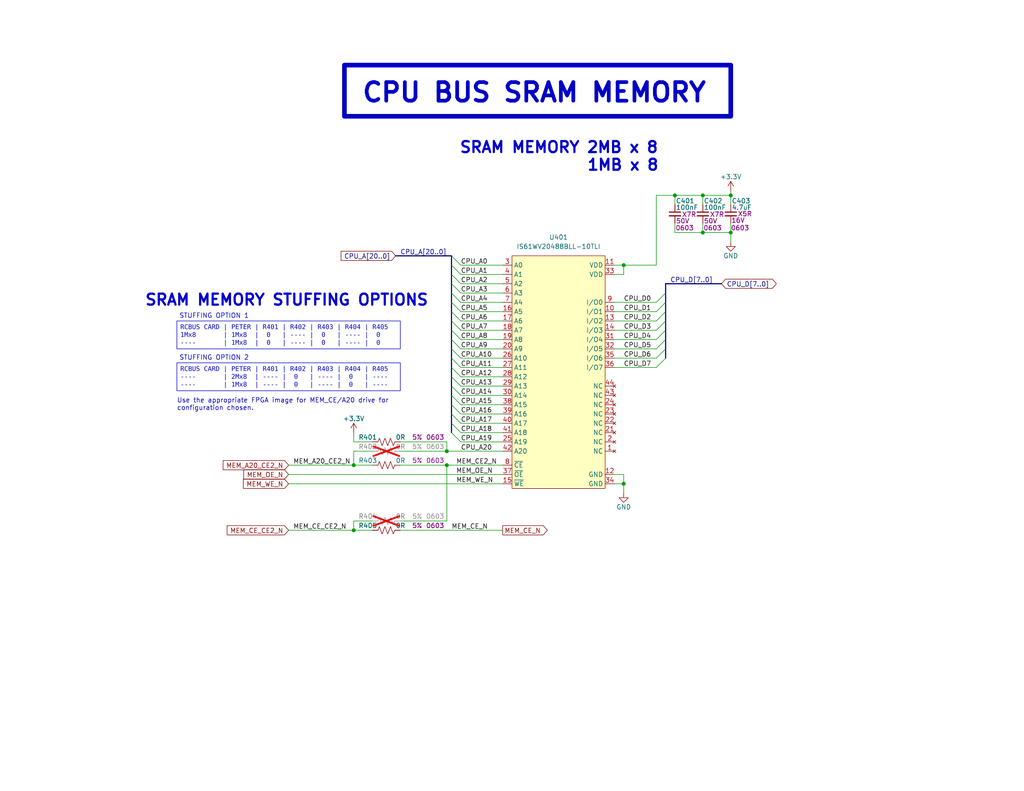
<source format=kicad_sch>
(kicad_sch
	(version 20231120)
	(generator "eeschema")
	(generator_version "8.0")
	(uuid "85be5f2c-0bcc-4e15-99fe-24cb82514794")
	(paper "A")
	(title_block
		(title "PETER")
		(date "2024-07-29")
		(rev "0.0")
		(company "Denno Wiggle")
		(comment 1 "CPU Bus SRAM Memory.")
	)
	(lib_symbols
		(symbol "GND_2"
			(power)
			(pin_numbers hide)
			(pin_names
				(offset 0) hide)
			(exclude_from_sim no)
			(in_bom yes)
			(on_board yes)
			(property "Reference" "#PWR"
				(at 0 -6.35 0)
				(effects
					(font
						(size 1.27 1.27)
					)
					(hide yes)
				)
			)
			(property "Value" "GND"
				(at 0 -3.81 0)
				(effects
					(font
						(size 1.27 1.27)
					)
				)
			)
			(property "Footprint" ""
				(at 0 0 0)
				(effects
					(font
						(size 1.27 1.27)
					)
					(hide yes)
				)
			)
			(property "Datasheet" ""
				(at 0 0 0)
				(effects
					(font
						(size 1.27 1.27)
					)
					(hide yes)
				)
			)
			(property "Description" "Power symbol creates a global label with name \"GND\" , ground"
				(at 0 0 0)
				(effects
					(font
						(size 1.27 1.27)
					)
					(hide yes)
				)
			)
			(property "ki_keywords" "global power"
				(at 0 0 0)
				(effects
					(font
						(size 1.27 1.27)
					)
					(hide yes)
				)
			)
			(symbol "GND_2_0_1"
				(polyline
					(pts
						(xy 0 0) (xy 0 -1.27) (xy 1.27 -1.27) (xy 0 -2.54) (xy -1.27 -1.27) (xy 0 -1.27)
					)
					(stroke
						(width 0)
						(type default)
					)
					(fill
						(type none)
					)
				)
			)
			(symbol "GND_2_1_1"
				(pin power_in line
					(at 0 0 270)
					(length 0)
					(name "~"
						(effects
							(font
								(size 1.27 1.27)
							)
						)
					)
					(number "1"
						(effects
							(font
								(size 1.27 1.27)
							)
						)
					)
				)
			)
		)
		(symbol "WTM:C_100nF_X7R_16V_0805H"
			(pin_numbers hide)
			(pin_names
				(offset 0) hide)
			(exclude_from_sim no)
			(in_bom yes)
			(on_board yes)
			(property "Reference" "C"
				(at 0.254 3.556 0)
				(do_not_autoplace)
				(effects
					(font
						(size 1.27 1.27)
					)
					(justify left)
				)
			)
			(property "Value" "100nF"
				(at 0.254 1.778 0)
				(do_not_autoplace)
				(effects
					(font
						(size 1.27 1.27)
					)
					(justify left)
				)
			)
			(property "Footprint" "Capacitor_SMD:C_0805_2012Metric_Pad1.18x1.45mm_HandSolder"
				(at 2.54 -10.16 0)
				(effects
					(font
						(size 1.27 1.27)
					)
					(hide yes)
				)
			)
			(property "Datasheet" "https://www.we-online.com/katalog/datasheet/885012207045.pdf"
				(at 0 -25.4 0)
				(effects
					(font
						(size 1.27 1.27)
					)
					(hide yes)
				)
			)
			(property "Description" "Unpolarized capacitor, small symbol"
				(at 1.27 -22.86 0)
				(effects
					(font
						(size 1.27 1.27)
					)
					(hide yes)
				)
			)
			(property "Digikey" "732-8045-1-ND"
				(at 1.27 -12.7 0)
				(effects
					(font
						(size 1.27 1.27)
					)
					(hide yes)
				)
			)
			(property "Dielectric" "X7R"
				(at 1.905 -0.127 0)
				(do_not_autoplace)
				(effects
					(font
						(size 1.27 1.27)
					)
					(justify left)
				)
			)
			(property "Voltage" "16V"
				(at 0.254 -1.905 0)
				(do_not_autoplace)
				(effects
					(font
						(size 1.27 1.27)
					)
					(justify left)
				)
			)
			(property "MPN" "885012207045"
				(at 1.27 -20.32 0)
				(effects
					(font
						(size 1.27 1.27)
					)
					(hide yes)
				)
			)
			(property "Manufacturer" "Würth Elektronik"
				(at 1.27 -17.78 0)
				(effects
					(font
						(size 1.27 1.27)
					)
					(hide yes)
				)
			)
			(property "Footprint2" "0805H"
				(at 0.127 -3.81 0)
				(do_not_autoplace)
				(effects
					(font
						(size 1.27 1.27)
					)
					(justify left)
				)
			)
			(property "Digi-Key_PN" "732-8045-1-ND"
				(at 1.27 -15.24 0)
				(effects
					(font
						(size 1.27 1.27)
					)
					(hide yes)
				)
			)
			(property "ki_keywords" "capacitor cap"
				(at 0 0 0)
				(effects
					(font
						(size 1.27 1.27)
					)
					(hide yes)
				)
			)
			(property "ki_fp_filters" "C_*"
				(at 0 0 0)
				(effects
					(font
						(size 1.27 1.27)
					)
					(hide yes)
				)
			)
			(symbol "C_100nF_X7R_16V_0805H_0_1"
				(polyline
					(pts
						(xy -1.524 -0.508) (xy 1.524 -0.508)
					)
					(stroke
						(width 0.3302)
						(type default)
					)
					(fill
						(type none)
					)
				)
				(polyline
					(pts
						(xy -1.524 0.508) (xy 1.524 0.508)
					)
					(stroke
						(width 0.3048)
						(type default)
					)
					(fill
						(type none)
					)
				)
			)
			(symbol "C_100nF_X7R_16V_0805H_1_1"
				(pin passive line
					(at 0 2.54 270)
					(length 2.032)
					(name "~"
						(effects
							(font
								(size 1.27 1.27)
							)
						)
					)
					(number "1"
						(effects
							(font
								(size 1.27 1.27)
							)
						)
					)
				)
				(pin passive line
					(at 0 -2.54 90)
					(length 2.032)
					(name "~"
						(effects
							(font
								(size 1.27 1.27)
							)
						)
					)
					(number "2"
						(effects
							(font
								(size 1.27 1.27)
							)
						)
					)
				)
			)
		)
		(symbol "WTM:C_10uF_X5R_16V_0805H"
			(pin_numbers hide)
			(pin_names
				(offset 0.254) hide)
			(exclude_from_sim no)
			(in_bom yes)
			(on_board yes)
			(property "Reference" "C206"
				(at 0.254 3.556 0)
				(do_not_autoplace)
				(effects
					(font
						(size 1.27 1.27)
					)
					(justify left)
				)
			)
			(property "Value" "10uF"
				(at 0.254 1.778 0)
				(do_not_autoplace)
				(effects
					(font
						(size 1.27 1.27)
					)
					(justify left)
				)
			)
			(property "Footprint" "Capacitor_SMD:C_0805_2012Metric_Pad1.18x1.45mm_HandSolder"
				(at 1.27 -20.32 0)
				(effects
					(font
						(size 1.27 1.27)
					)
					(hide yes)
				)
			)
			(property "Datasheet" "https://media.digikey.com/pdf/Data%20Sheets/Samsung%20PDFs/CL21A106KOQNNNG_Spec.pdf"
				(at 0 -10.16 0)
				(effects
					(font
						(size 1.27 1.27)
					)
					(hide yes)
				)
			)
			(property "Description" "Unpolarized capacitor, small symbol"
				(at 1.27 -12.7 0)
				(effects
					(font
						(size 1.27 1.27)
					)
					(hide yes)
				)
			)
			(property "Digikey" "1276-6455-1-ND"
				(at 1.27 -22.86 0)
				(effects
					(font
						(size 1.27 1.27)
					)
					(hide yes)
				)
			)
			(property "Dielectric" "X5R"
				(at 1.905 0.762 0)
				(do_not_autoplace)
				(effects
					(font
						(size 1.27 1.27)
					)
					(justify left top)
				)
			)
			(property "Voltage" "16V"
				(at 0.127 -1.016 0)
				(do_not_autoplace)
				(effects
					(font
						(size 1.27 1.27)
					)
					(justify left top)
				)
			)
			(property "Footprint2" "0805H"
				(at 3.302 -3.81 0)
				(do_not_autoplace)
				(effects
					(font
						(size 1.27 1.27)
					)
				)
			)
			(property "Digi-Key_PN" "1276-6455-1-ND"
				(at 1.27 -25.4 0)
				(effects
					(font
						(size 1.27 1.27)
					)
					(hide yes)
				)
			)
			(property "MPN" "CL21A106KOQNNNG"
				(at 0 -17.78 0)
				(effects
					(font
						(size 1.27 1.27)
					)
					(hide yes)
				)
			)
			(property "Manufacturer" "Samsung Electro-Mechanics"
				(at 1.27 -15.24 0)
				(effects
					(font
						(size 1.27 1.27)
					)
					(hide yes)
				)
			)
			(property "ki_keywords" "capacitor cap"
				(at 0 0 0)
				(effects
					(font
						(size 1.27 1.27)
					)
					(hide yes)
				)
			)
			(property "ki_fp_filters" "C_*"
				(at 0 0 0)
				(effects
					(font
						(size 1.27 1.27)
					)
					(hide yes)
				)
			)
			(symbol "C_10uF_X5R_16V_0805H_0_1"
				(polyline
					(pts
						(xy -1.524 -0.508) (xy 1.524 -0.508)
					)
					(stroke
						(width 0.3302)
						(type default)
					)
					(fill
						(type none)
					)
				)
				(polyline
					(pts
						(xy -1.524 0.508) (xy 1.524 0.508)
					)
					(stroke
						(width 0.3048)
						(type default)
					)
					(fill
						(type none)
					)
				)
			)
			(symbol "C_10uF_X5R_16V_0805H_1_1"
				(pin passive line
					(at 0 2.54 270)
					(length 2.032)
					(name "~"
						(effects
							(font
								(size 1.27 1.27)
							)
						)
					)
					(number "1"
						(effects
							(font
								(size 1.27 1.27)
							)
						)
					)
				)
				(pin passive line
					(at 0 -2.54 90)
					(length 2.032)
					(name "~"
						(effects
							(font
								(size 1.27 1.27)
							)
						)
					)
					(number "2"
						(effects
							(font
								(size 1.27 1.27)
							)
						)
					)
				)
			)
		)
		(symbol "WTM:IS61WV20488BLL-10TLI"
			(exclude_from_sim no)
			(in_bom yes)
			(on_board yes)
			(property "Reference" "U"
				(at -11.43 34.29 0)
				(effects
					(font
						(size 1.27 1.27)
					)
					(justify left)
				)
			)
			(property "Value" "IS61WV20488BLL-10TLI"
				(at 0 31.75 0)
				(effects
					(font
						(size 1.27 1.27)
					)
				)
			)
			(property "Footprint" "Package_SO:TSOP-II-44_10.16x18.41mm_P0.8mm"
				(at -25.4 58.42 0)
				(effects
					(font
						(size 1.27 1.27)
					)
					(justify left)
					(hide yes)
				)
			)
			(property "Datasheet" "https://www.issi.com/WW/pdf/61-64WV20488.pdf"
				(at -25.4 48.26 0)
				(effects
					(font
						(size 1.27 1.27)
					)
					(justify left)
					(hide yes)
				)
			)
			(property "Description" "SRAM - Asynchronous Memory IC 16Mbit Parallel 10 ns 44-TSOP II"
				(at -25.4 55.88 0)
				(effects
					(font
						(size 1.27 1.27)
					)
					(justify left)
					(hide yes)
				)
			)
			(property "MPN" "IS61WV20488BLL-10TLI"
				(at -25.4 50.8 0)
				(effects
					(font
						(size 1.27 1.27)
					)
					(justify left)
					(hide yes)
				)
			)
			(property "Manufacturer" "ISSI"
				(at -25.4 53.34 0)
				(effects
					(font
						(size 1.27 1.27)
					)
					(justify left)
					(hide yes)
				)
			)
			(property "Digikey" "706-1294-ND"
				(at -25.4 43.18 0)
				(effects
					(font
						(size 1.27 1.27)
					)
					(justify left)
					(hide yes)
				)
			)
			(property "LCSC" "C412835"
				(at -25.4 45.72 0)
				(effects
					(font
						(size 1.27 1.27)
					)
					(justify left)
					(hide yes)
				)
			)
			(property "ki_fp_filters" "TSOP*10.16x18.41mm*P0.8mm*"
				(at 0 0 0)
				(effects
					(font
						(size 1.27 1.27)
					)
					(hide yes)
				)
			)
			(symbol "IS61WV20488BLL-10TLI_0_1"
				(rectangle
					(start -12.7 -33.02)
					(end 12.7 30.48)
					(stroke
						(width 0)
						(type solid)
					)
					(fill
						(type background)
					)
				)
			)
			(symbol "IS61WV20488BLL-10TLI_1_1"
				(pin no_connect line
					(at 15.24 -22.86 180)
					(length 2.54)
					(name "NC"
						(effects
							(font
								(size 1.27 1.27)
							)
						)
					)
					(number "1"
						(effects
							(font
								(size 1.27 1.27)
							)
						)
					)
				)
				(pin bidirectional line
					(at 15.24 15.24 180)
					(length 2.54)
					(name "I/O1"
						(effects
							(font
								(size 1.27 1.27)
							)
						)
					)
					(number "10"
						(effects
							(font
								(size 1.27 1.27)
							)
						)
					)
				)
				(pin power_in line
					(at 15.24 27.94 180)
					(length 2.54)
					(name "VDD"
						(effects
							(font
								(size 1.27 1.27)
							)
						)
					)
					(number "11"
						(effects
							(font
								(size 1.27 1.27)
							)
						)
					)
				)
				(pin power_in line
					(at 15.24 -29.21 180)
					(length 2.54)
					(name "GND"
						(effects
							(font
								(size 1.27 1.27)
							)
						)
					)
					(number "12"
						(effects
							(font
								(size 1.27 1.27)
							)
						)
					)
				)
				(pin bidirectional line
					(at 15.24 12.7 180)
					(length 2.54)
					(name "I/O2"
						(effects
							(font
								(size 1.27 1.27)
							)
						)
					)
					(number "13"
						(effects
							(font
								(size 1.27 1.27)
							)
						)
					)
				)
				(pin bidirectional line
					(at 15.24 10.16 180)
					(length 2.54)
					(name "I/O3"
						(effects
							(font
								(size 1.27 1.27)
							)
						)
					)
					(number "14"
						(effects
							(font
								(size 1.27 1.27)
							)
						)
					)
				)
				(pin input line
					(at -15.24 -31.75 0)
					(length 2.54)
					(name "~{WE}"
						(effects
							(font
								(size 1.27 1.27)
							)
						)
					)
					(number "15"
						(effects
							(font
								(size 1.27 1.27)
							)
						)
					)
				)
				(pin input line
					(at -15.24 15.24 0)
					(length 2.54)
					(name "A5"
						(effects
							(font
								(size 1.27 1.27)
							)
						)
					)
					(number "16"
						(effects
							(font
								(size 1.27 1.27)
							)
						)
					)
				)
				(pin input line
					(at -15.24 12.7 0)
					(length 2.54)
					(name "A6"
						(effects
							(font
								(size 1.27 1.27)
							)
						)
					)
					(number "17"
						(effects
							(font
								(size 1.27 1.27)
							)
						)
					)
				)
				(pin input line
					(at -15.24 10.16 0)
					(length 2.54)
					(name "A7"
						(effects
							(font
								(size 1.27 1.27)
							)
						)
					)
					(number "18"
						(effects
							(font
								(size 1.27 1.27)
							)
						)
					)
				)
				(pin input line
					(at -15.24 7.62 0)
					(length 2.54)
					(name "A8"
						(effects
							(font
								(size 1.27 1.27)
							)
						)
					)
					(number "19"
						(effects
							(font
								(size 1.27 1.27)
							)
						)
					)
				)
				(pin no_connect line
					(at 15.24 -20.32 180)
					(length 2.54)
					(name "NC"
						(effects
							(font
								(size 1.27 1.27)
							)
						)
					)
					(number "2"
						(effects
							(font
								(size 1.27 1.27)
							)
						)
					)
				)
				(pin input line
					(at -15.24 5.08 0)
					(length 2.54)
					(name "A9"
						(effects
							(font
								(size 1.27 1.27)
							)
						)
					)
					(number "20"
						(effects
							(font
								(size 1.27 1.27)
							)
						)
					)
				)
				(pin no_connect line
					(at 15.24 -17.78 180)
					(length 2.54)
					(name "NC"
						(effects
							(font
								(size 1.27 1.27)
							)
						)
					)
					(number "21"
						(effects
							(font
								(size 1.27 1.27)
							)
						)
					)
				)
				(pin no_connect line
					(at 15.24 -15.24 180)
					(length 2.54)
					(name "NC"
						(effects
							(font
								(size 1.27 1.27)
							)
						)
					)
					(number "22"
						(effects
							(font
								(size 1.27 1.27)
							)
						)
					)
				)
				(pin no_connect line
					(at 15.24 -12.7 180)
					(length 2.54)
					(name "NC"
						(effects
							(font
								(size 1.27 1.27)
							)
						)
					)
					(number "23"
						(effects
							(font
								(size 1.27 1.27)
							)
						)
					)
				)
				(pin no_connect line
					(at 15.24 -10.16 180)
					(length 2.54)
					(name "NC"
						(effects
							(font
								(size 1.27 1.27)
							)
						)
					)
					(number "24"
						(effects
							(font
								(size 1.27 1.27)
							)
						)
					)
				)
				(pin input line
					(at -15.24 -20.32 0)
					(length 2.54)
					(name "A19"
						(effects
							(font
								(size 1.27 1.27)
							)
						)
					)
					(number "25"
						(effects
							(font
								(size 1.27 1.27)
							)
						)
					)
				)
				(pin input line
					(at -15.24 2.54 0)
					(length 2.54)
					(name "A10"
						(effects
							(font
								(size 1.27 1.27)
							)
						)
					)
					(number "26"
						(effects
							(font
								(size 1.27 1.27)
							)
						)
					)
				)
				(pin input line
					(at -15.24 0 0)
					(length 2.54)
					(name "A11"
						(effects
							(font
								(size 1.27 1.27)
							)
						)
					)
					(number "27"
						(effects
							(font
								(size 1.27 1.27)
							)
						)
					)
				)
				(pin input line
					(at -15.24 -2.54 0)
					(length 2.54)
					(name "A12"
						(effects
							(font
								(size 1.27 1.27)
							)
						)
					)
					(number "28"
						(effects
							(font
								(size 1.27 1.27)
							)
						)
					)
				)
				(pin input line
					(at -15.24 -5.08 0)
					(length 2.54)
					(name "A13"
						(effects
							(font
								(size 1.27 1.27)
							)
						)
					)
					(number "29"
						(effects
							(font
								(size 1.27 1.27)
							)
						)
					)
				)
				(pin input line
					(at -15.24 27.94 0)
					(length 2.54)
					(name "A0"
						(effects
							(font
								(size 1.27 1.27)
							)
						)
					)
					(number "3"
						(effects
							(font
								(size 1.27 1.27)
							)
						)
					)
				)
				(pin input line
					(at -15.24 -7.62 0)
					(length 2.54)
					(name "A14"
						(effects
							(font
								(size 1.27 1.27)
							)
						)
					)
					(number "30"
						(effects
							(font
								(size 1.27 1.27)
							)
						)
					)
				)
				(pin bidirectional line
					(at 15.24 7.62 180)
					(length 2.54)
					(name "I/O4"
						(effects
							(font
								(size 1.27 1.27)
							)
						)
					)
					(number "31"
						(effects
							(font
								(size 1.27 1.27)
							)
						)
					)
				)
				(pin bidirectional line
					(at 15.24 5.08 180)
					(length 2.54)
					(name "I/O5"
						(effects
							(font
								(size 1.27 1.27)
							)
						)
					)
					(number "32"
						(effects
							(font
								(size 1.27 1.27)
							)
						)
					)
				)
				(pin power_in line
					(at 15.24 25.4 180)
					(length 2.54)
					(name "VDD"
						(effects
							(font
								(size 1.27 1.27)
							)
						)
					)
					(number "33"
						(effects
							(font
								(size 1.27 1.27)
							)
						)
					)
				)
				(pin power_in line
					(at 15.24 -31.75 180)
					(length 2.54)
					(name "GND"
						(effects
							(font
								(size 1.27 1.27)
							)
						)
					)
					(number "34"
						(effects
							(font
								(size 1.27 1.27)
							)
						)
					)
				)
				(pin bidirectional line
					(at 15.24 2.54 180)
					(length 2.54)
					(name "I/O6"
						(effects
							(font
								(size 1.27 1.27)
							)
						)
					)
					(number "35"
						(effects
							(font
								(size 1.27 1.27)
							)
						)
					)
				)
				(pin bidirectional line
					(at 15.24 0 180)
					(length 2.54)
					(name "I/O7"
						(effects
							(font
								(size 1.27 1.27)
							)
						)
					)
					(number "36"
						(effects
							(font
								(size 1.27 1.27)
							)
						)
					)
				)
				(pin input line
					(at -15.24 -29.21 0)
					(length 2.54)
					(name "~{OE}"
						(effects
							(font
								(size 1.27 1.27)
							)
						)
					)
					(number "37"
						(effects
							(font
								(size 1.27 1.27)
							)
						)
					)
				)
				(pin input line
					(at -15.24 -10.16 0)
					(length 2.54)
					(name "A15"
						(effects
							(font
								(size 1.27 1.27)
							)
						)
					)
					(number "38"
						(effects
							(font
								(size 1.27 1.27)
							)
						)
					)
				)
				(pin input line
					(at -15.24 -12.7 0)
					(length 2.54)
					(name "A16"
						(effects
							(font
								(size 1.27 1.27)
							)
						)
					)
					(number "39"
						(effects
							(font
								(size 1.27 1.27)
							)
						)
					)
				)
				(pin input line
					(at -15.24 25.4 0)
					(length 2.54)
					(name "A1"
						(effects
							(font
								(size 1.27 1.27)
							)
						)
					)
					(number "4"
						(effects
							(font
								(size 1.27 1.27)
							)
						)
					)
				)
				(pin input line
					(at -15.24 -15.24 0)
					(length 2.54)
					(name "A17"
						(effects
							(font
								(size 1.27 1.27)
							)
						)
					)
					(number "40"
						(effects
							(font
								(size 1.27 1.27)
							)
						)
					)
				)
				(pin input line
					(at -15.24 -17.78 0)
					(length 2.54)
					(name "A18"
						(effects
							(font
								(size 1.27 1.27)
							)
						)
					)
					(number "41"
						(effects
							(font
								(size 1.27 1.27)
							)
						)
					)
				)
				(pin input line
					(at -15.24 -22.86 0)
					(length 2.54)
					(name "A20"
						(effects
							(font
								(size 1.27 1.27)
							)
						)
					)
					(number "42"
						(effects
							(font
								(size 1.27 1.27)
							)
						)
					)
				)
				(pin no_connect line
					(at 15.24 -7.62 180)
					(length 2.54)
					(name "NC"
						(effects
							(font
								(size 1.27 1.27)
							)
						)
					)
					(number "43"
						(effects
							(font
								(size 1.27 1.27)
							)
						)
					)
				)
				(pin no_connect line
					(at 15.24 -5.08 180)
					(length 2.54)
					(name "NC"
						(effects
							(font
								(size 1.27 1.27)
							)
						)
					)
					(number "44"
						(effects
							(font
								(size 1.27 1.27)
							)
						)
					)
				)
				(pin input line
					(at -15.24 22.86 0)
					(length 2.54)
					(name "A2"
						(effects
							(font
								(size 1.27 1.27)
							)
						)
					)
					(number "5"
						(effects
							(font
								(size 1.27 1.27)
							)
						)
					)
				)
				(pin input line
					(at -15.24 20.32 0)
					(length 2.54)
					(name "A3"
						(effects
							(font
								(size 1.27 1.27)
							)
						)
					)
					(number "6"
						(effects
							(font
								(size 1.27 1.27)
							)
						)
					)
				)
				(pin input line
					(at -15.24 17.78 0)
					(length 2.54)
					(name "A4"
						(effects
							(font
								(size 1.27 1.27)
							)
						)
					)
					(number "7"
						(effects
							(font
								(size 1.27 1.27)
							)
						)
					)
				)
				(pin input line
					(at -15.24 -26.67 0)
					(length 2.54)
					(name "~{CE}"
						(effects
							(font
								(size 1.27 1.27)
							)
						)
					)
					(number "8"
						(effects
							(font
								(size 1.27 1.27)
							)
						)
					)
				)
				(pin bidirectional line
					(at 15.24 17.78 180)
					(length 2.54)
					(name "I/O0"
						(effects
							(font
								(size 1.27 1.27)
							)
						)
					)
					(number "9"
						(effects
							(font
								(size 1.27 1.27)
							)
						)
					)
				)
			)
		)
		(symbol "WTM:R_33R_5%_0805H_Horizontal1"
			(pin_numbers hide)
			(pin_names
				(offset 0)
			)
			(exclude_from_sim no)
			(in_bom yes)
			(on_board yes)
			(property "Reference" "R"
				(at -7.62 1.27 0)
				(do_not_autoplace)
				(effects
					(font
						(size 1.27 1.27)
					)
					(justify left)
				)
			)
			(property "Value" "33R"
				(at 2.54 1.27 0)
				(do_not_autoplace)
				(effects
					(font
						(size 1.27 1.27)
					)
					(justify left)
				)
			)
			(property "Footprint" "Resistor_SMD:R_0805_2012Metric_Pad1.20x1.40mm_HandSolder"
				(at 0 -12.7 0)
				(effects
					(font
						(size 1.27 1.27)
					)
					(hide yes)
				)
			)
			(property "Datasheet" "https://www.yageo.com/upload/media/product/productsearch/datasheet/rchip/PYu-RC_Group_51_RoHS_L_12.pdf"
				(at 0 -15.24 0)
				(effects
					(font
						(size 1.27 1.27)
					)
					(hide yes)
				)
			)
			(property "Description" "Resistor, US symbol"
				(at 0 -17.78 0)
				(effects
					(font
						(size 1.27 1.27)
					)
					(hide yes)
				)
			)
			(property "Tolerance" "5%"
				(at 2.54 -1.27 0)
				(do_not_autoplace)
				(effects
					(font
						(size 1.27 1.27)
					)
					(justify left)
				)
			)
			(property "Footprint2" "0805H"
				(at -8.89 -1.27 0)
				(do_not_autoplace)
				(effects
					(font
						(size 1.27 1.27)
					)
					(justify left)
				)
			)
			(property "MPN" "RC0805JR-0733RL"
				(at 0 -20.32 0)
				(effects
					(font
						(size 1.27 1.27)
					)
					(hide yes)
				)
			)
			(property "Manufacturer" "Yaego"
				(at 0 -25.4 0)
				(effects
					(font
						(size 1.27 1.27)
					)
					(hide yes)
				)
			)
			(property "Digikey" "311-33ARCT-ND"
				(at 0 -22.86 0)
				(effects
					(font
						(size 1.27 1.27)
					)
					(hide yes)
				)
			)
			(property "ki_keywords" "R res resistor"
				(at 0 0 0)
				(effects
					(font
						(size 1.27 1.27)
					)
					(hide yes)
				)
			)
			(property "ki_fp_filters" "R_*"
				(at 0 0 0)
				(effects
					(font
						(size 1.27 1.27)
					)
					(hide yes)
				)
			)
			(symbol "R_33R_5%_0805H_Horizontal1_0_1"
				(polyline
					(pts
						(xy -2.286 0) (xy -2.54 0)
					)
					(stroke
						(width 0)
						(type default)
					)
					(fill
						(type none)
					)
				)
				(polyline
					(pts
						(xy 2.286 0) (xy 2.54 0)
					)
					(stroke
						(width 0)
						(type default)
					)
					(fill
						(type none)
					)
				)
				(polyline
					(pts
						(xy -2.286 0) (xy -1.905 1.016) (xy -1.524 0) (xy -1.143 -1.016) (xy -0.762 0)
					)
					(stroke
						(width 0)
						(type default)
					)
					(fill
						(type none)
					)
				)
				(polyline
					(pts
						(xy -0.762 0) (xy -0.381 1.016) (xy 0 0) (xy 0.381 -1.016) (xy 0.762 0)
					)
					(stroke
						(width 0)
						(type default)
					)
					(fill
						(type none)
					)
				)
				(polyline
					(pts
						(xy 0.762 0) (xy 1.143 1.016) (xy 1.524 0) (xy 1.905 -1.016) (xy 2.286 0)
					)
					(stroke
						(width 0)
						(type default)
					)
					(fill
						(type none)
					)
				)
			)
			(symbol "R_33R_5%_0805H_Horizontal1_1_1"
				(pin passive line
					(at -3.81 0 0)
					(length 1.27)
					(name "~"
						(effects
							(font
								(size 1.27 1.27)
							)
						)
					)
					(number "1"
						(effects
							(font
								(size 1.27 1.27)
							)
						)
					)
				)
				(pin passive line
					(at 3.81 0 180)
					(length 1.27)
					(name "~"
						(effects
							(font
								(size 1.27 1.27)
							)
						)
					)
					(number "2"
						(effects
							(font
								(size 1.27 1.27)
							)
						)
					)
				)
			)
		)
		(symbol "power:+3.3V"
			(power)
			(pin_numbers hide)
			(pin_names
				(offset 0) hide)
			(exclude_from_sim no)
			(in_bom yes)
			(on_board yes)
			(property "Reference" "#PWR"
				(at 0 -3.81 0)
				(effects
					(font
						(size 1.27 1.27)
					)
					(hide yes)
				)
			)
			(property "Value" "+3.3V"
				(at 0 3.556 0)
				(effects
					(font
						(size 1.27 1.27)
					)
				)
			)
			(property "Footprint" ""
				(at 0 0 0)
				(effects
					(font
						(size 1.27 1.27)
					)
					(hide yes)
				)
			)
			(property "Datasheet" ""
				(at 0 0 0)
				(effects
					(font
						(size 1.27 1.27)
					)
					(hide yes)
				)
			)
			(property "Description" "Power symbol creates a global label with name \"+3.3V\""
				(at 0 0 0)
				(effects
					(font
						(size 1.27 1.27)
					)
					(hide yes)
				)
			)
			(property "ki_keywords" "global power"
				(at 0 0 0)
				(effects
					(font
						(size 1.27 1.27)
					)
					(hide yes)
				)
			)
			(symbol "+3.3V_0_1"
				(polyline
					(pts
						(xy -0.762 1.27) (xy 0 2.54)
					)
					(stroke
						(width 0)
						(type default)
					)
					(fill
						(type none)
					)
				)
				(polyline
					(pts
						(xy 0 0) (xy 0 2.54)
					)
					(stroke
						(width 0)
						(type default)
					)
					(fill
						(type none)
					)
				)
				(polyline
					(pts
						(xy 0 2.54) (xy 0.762 1.27)
					)
					(stroke
						(width 0)
						(type default)
					)
					(fill
						(type none)
					)
				)
			)
			(symbol "+3.3V_1_1"
				(pin power_in line
					(at 0 0 90)
					(length 0)
					(name "~"
						(effects
							(font
								(size 1.27 1.27)
							)
						)
					)
					(number "1"
						(effects
							(font
								(size 1.27 1.27)
							)
						)
					)
				)
			)
		)
	)
	(junction
		(at 170.18 72.39)
		(diameter 0)
		(color 0 0 0 0)
		(uuid "00af6ad1-cc62-48c9-9429-d11f811f5aca")
	)
	(junction
		(at 191.77 63.5)
		(diameter 0)
		(color 0 0 0 0)
		(uuid "01a6a17a-012e-4336-b8bf-6c583693ae89")
	)
	(junction
		(at 96.52 127)
		(diameter 0)
		(color 0 0 0 0)
		(uuid "0bfd039b-baa7-4592-a283-f85599ff2506")
	)
	(junction
		(at 121.92 127)
		(diameter 0)
		(color 0 0 0 0)
		(uuid "14faf138-7954-463d-b92c-7b0663919932")
	)
	(junction
		(at 184.15 53.34)
		(diameter 0)
		(color 0 0 0 0)
		(uuid "76143f21-ba01-416c-b9e9-cc06eb138f75")
	)
	(junction
		(at 96.52 144.78)
		(diameter 0)
		(color 0 0 0 0)
		(uuid "9efcf6f3-4752-43c6-bf05-8b8c4177633b")
	)
	(junction
		(at 170.18 132.08)
		(diameter 0)
		(color 0 0 0 0)
		(uuid "a441f893-aa35-4ee8-a3fe-3194e18e737b")
	)
	(junction
		(at 199.39 63.5)
		(diameter 0)
		(color 0 0 0 0)
		(uuid "c02fa340-294c-4354-9def-7a962f93a920")
	)
	(junction
		(at 121.92 123.19)
		(diameter 0)
		(color 0 0 0 0)
		(uuid "dbe72da1-ac63-4b87-8eb8-526060e31750")
	)
	(junction
		(at 191.77 53.34)
		(diameter 0)
		(color 0 0 0 0)
		(uuid "e5230f3e-7bac-40f0-a993-7ffcafa7edfe")
	)
	(junction
		(at 199.39 53.34)
		(diameter 0)
		(color 0 0 0 0)
		(uuid "e8bb612b-7dcc-4259-aa3e-00a0b6ac08ff")
	)
	(bus_entry
		(at 179.07 97.79)
		(size 2.54 -2.54)
		(stroke
			(width 0)
			(type default)
		)
		(uuid "0a76aa0a-db03-41cb-8021-680d3b4c7050")
	)
	(bus_entry
		(at 179.07 95.25)
		(size 2.54 -2.54)
		(stroke
			(width 0)
			(type default)
		)
		(uuid "0cda85e3-dcfd-4528-b365-ec64815ecc65")
	)
	(bus_entry
		(at 123.19 69.85)
		(size 2.54 2.54)
		(stroke
			(width 0)
			(type default)
		)
		(uuid "0f95db9d-3b20-4c03-ac8b-8db1a7eea833")
	)
	(bus_entry
		(at 179.07 85.09)
		(size 2.54 -2.54)
		(stroke
			(width 0)
			(type default)
		)
		(uuid "1b27c952-966f-42aa-b3b0-1b7a4739d380")
	)
	(bus_entry
		(at 123.19 102.87)
		(size 2.54 2.54)
		(stroke
			(width 0)
			(type default)
		)
		(uuid "1fb31d91-cb9a-41ee-bf9a-64453effde59")
	)
	(bus_entry
		(at 179.07 90.17)
		(size 2.54 -2.54)
		(stroke
			(width 0)
			(type default)
		)
		(uuid "23d6e05a-05e9-4735-946e-aeb76505e6bb")
	)
	(bus_entry
		(at 123.19 115.57)
		(size 2.54 2.54)
		(stroke
			(width 0)
			(type default)
		)
		(uuid "28427c04-38cf-4d9b-9f85-e44dc8c5cd6c")
	)
	(bus_entry
		(at 123.19 82.55)
		(size 2.54 2.54)
		(stroke
			(width 0)
			(type default)
		)
		(uuid "2cae95d0-81d1-4e09-859f-9cb360fab506")
	)
	(bus_entry
		(at 123.19 87.63)
		(size 2.54 2.54)
		(stroke
			(width 0)
			(type default)
		)
		(uuid "2dc18e62-e130-43e6-83c7-de784689d1ce")
	)
	(bus_entry
		(at 123.19 77.47)
		(size 2.54 2.54)
		(stroke
			(width 0)
			(type default)
		)
		(uuid "41c28aea-d2ef-4a68-93c4-f53e1f78ec2c")
	)
	(bus_entry
		(at 123.19 97.79)
		(size 2.54 2.54)
		(stroke
			(width 0)
			(type default)
		)
		(uuid "4d155d01-88da-4072-ab4b-87e05ce80b73")
	)
	(bus_entry
		(at 179.07 82.55)
		(size 2.54 -2.54)
		(stroke
			(width 0)
			(type default)
		)
		(uuid "56a40549-ce7d-476f-b853-e373c642edd0")
	)
	(bus_entry
		(at 123.19 107.95)
		(size 2.54 2.54)
		(stroke
			(width 0)
			(type default)
		)
		(uuid "6823d0ec-907c-4f8e-bd5f-2424ac5a2f92")
	)
	(bus_entry
		(at 179.07 92.71)
		(size 2.54 -2.54)
		(stroke
			(width 0)
			(type default)
		)
		(uuid "6be41d6a-c519-4d23-9997-9b0199a5d46f")
	)
	(bus_entry
		(at 123.19 90.17)
		(size 2.54 2.54)
		(stroke
			(width 0)
			(type default)
		)
		(uuid "7c681e76-b13c-47fc-b733-66ec9c35f11f")
	)
	(bus_entry
		(at 123.19 118.11)
		(size 2.54 2.54)
		(stroke
			(width 0)
			(type default)
		)
		(uuid "898209b0-f9b2-4855-9b0b-321a4d2aebeb")
	)
	(bus_entry
		(at 123.19 113.03)
		(size 2.54 2.54)
		(stroke
			(width 0)
			(type default)
		)
		(uuid "8bd8b7a5-2c3f-4572-9e98-0455631252cd")
	)
	(bus_entry
		(at 123.19 110.49)
		(size 2.54 2.54)
		(stroke
			(width 0)
			(type default)
		)
		(uuid "a0146363-ffbb-4782-bb42-151abd22d6ab")
	)
	(bus_entry
		(at 179.07 100.33)
		(size 2.54 -2.54)
		(stroke
			(width 0)
			(type default)
		)
		(uuid "a3245f88-9b93-459a-8ee4-5b5f4c3b1e91")
	)
	(bus_entry
		(at 123.19 80.01)
		(size 2.54 2.54)
		(stroke
			(width 0)
			(type default)
		)
		(uuid "abde797b-8c0f-4e60-b7e9-6b11e2717775")
	)
	(bus_entry
		(at 123.19 85.09)
		(size 2.54 2.54)
		(stroke
			(width 0)
			(type default)
		)
		(uuid "abe40889-4050-47a7-b738-83c4dadf3eb0")
	)
	(bus_entry
		(at 123.19 92.71)
		(size 2.54 2.54)
		(stroke
			(width 0)
			(type default)
		)
		(uuid "b05a5156-ef44-44a9-aef4-9959d4dd122f")
	)
	(bus_entry
		(at 123.19 95.25)
		(size 2.54 2.54)
		(stroke
			(width 0)
			(type default)
		)
		(uuid "cf54cc31-52ec-4213-a923-5a067dbf95d9")
	)
	(bus_entry
		(at 123.19 105.41)
		(size 2.54 2.54)
		(stroke
			(width 0)
			(type default)
		)
		(uuid "dfa069b3-76b9-4317-8cad-9424eead704b")
	)
	(bus_entry
		(at 123.19 74.93)
		(size 2.54 2.54)
		(stroke
			(width 0)
			(type default)
		)
		(uuid "e74c785d-c740-41e9-b108-0e73d8f71fb4")
	)
	(bus_entry
		(at 123.19 72.39)
		(size 2.54 2.54)
		(stroke
			(width 0)
			(type default)
		)
		(uuid "ec0317bb-a481-4698-9a28-156c7f1d27b4")
	)
	(bus_entry
		(at 179.07 87.63)
		(size 2.54 -2.54)
		(stroke
			(width 0)
			(type default)
		)
		(uuid "f3623578-b41e-4e0b-91f0-f40f6fc80c04")
	)
	(bus_entry
		(at 123.19 100.33)
		(size 2.54 2.54)
		(stroke
			(width 0)
			(type default)
		)
		(uuid "f4e69ee7-8cce-435c-8986-debaa98338b0")
	)
	(wire
		(pts
			(xy 137.16 100.33) (xy 125.73 100.33)
		)
		(stroke
			(width 0)
			(type default)
		)
		(uuid "0473d895-17ce-433a-a2da-23c8223b775a")
	)
	(wire
		(pts
			(xy 137.16 107.95) (xy 125.73 107.95)
		)
		(stroke
			(width 0)
			(type default)
		)
		(uuid "04c2aeb8-ca82-4960-8238-c4c102afedb5")
	)
	(wire
		(pts
			(xy 179.07 95.25) (xy 167.64 95.25)
		)
		(stroke
			(width 0)
			(type default)
		)
		(uuid "056a5225-015b-43f4-8b42-34bcb52e2d4e")
	)
	(wire
		(pts
			(xy 96.52 120.65) (xy 101.6 120.65)
		)
		(stroke
			(width 0)
			(type default)
		)
		(uuid "0a091d0e-5c75-4b49-a016-6491c0780ce2")
	)
	(wire
		(pts
			(xy 199.39 52.07) (xy 199.39 53.34)
		)
		(stroke
			(width 0)
			(type default)
		)
		(uuid "0b4b3cc1-6d1a-4d08-b560-1eaa1f08aa78")
	)
	(wire
		(pts
			(xy 170.18 129.54) (xy 170.18 132.08)
		)
		(stroke
			(width 0)
			(type default)
		)
		(uuid "0d82b484-9391-4814-8017-cd865275ae16")
	)
	(wire
		(pts
			(xy 167.64 132.08) (xy 170.18 132.08)
		)
		(stroke
			(width 0)
			(type default)
		)
		(uuid "0ee9dc43-8f27-4497-ae09-c2bd62d52d38")
	)
	(wire
		(pts
			(xy 137.16 92.71) (xy 125.73 92.71)
		)
		(stroke
			(width 0)
			(type default)
		)
		(uuid "133c637a-4ca7-47d5-99b8-b43dfa3a8746")
	)
	(wire
		(pts
			(xy 170.18 74.93) (xy 167.64 74.93)
		)
		(stroke
			(width 0)
			(type default)
		)
		(uuid "1848dab7-363b-429d-95fa-b0fac7dfcd57")
	)
	(wire
		(pts
			(xy 96.52 127) (xy 101.6 127)
		)
		(stroke
			(width 0)
			(type default)
		)
		(uuid "196bdd42-7f5b-4f33-9c97-9aa15ac4bb26")
	)
	(wire
		(pts
			(xy 199.39 63.5) (xy 191.77 63.5)
		)
		(stroke
			(width 0)
			(type default)
		)
		(uuid "1e1cef30-c53c-488a-9170-6b03d529b411")
	)
	(wire
		(pts
			(xy 109.22 120.65) (xy 121.92 120.65)
		)
		(stroke
			(width 0)
			(type default)
		)
		(uuid "2259e7e1-be2a-4945-9663-c64a4337d0a3")
	)
	(bus
		(pts
			(xy 123.19 97.79) (xy 123.19 100.33)
		)
		(stroke
			(width 0)
			(type default)
		)
		(uuid "2680c98d-3944-4bb1-9d36-6683c559f668")
	)
	(wire
		(pts
			(xy 170.18 132.08) (xy 170.18 134.62)
		)
		(stroke
			(width 0)
			(type default)
		)
		(uuid "271807a7-467b-434d-9c33-6c252b8a2ad6")
	)
	(wire
		(pts
			(xy 78.74 129.54) (xy 137.16 129.54)
		)
		(stroke
			(width 0)
			(type default)
		)
		(uuid "276f65c4-edc5-4487-8cdf-ba36da42e689")
	)
	(bus
		(pts
			(xy 181.61 97.79) (xy 181.61 95.25)
		)
		(stroke
			(width 0)
			(type default)
		)
		(uuid "2d6f94d6-b411-4e2c-bae9-901bffbaea92")
	)
	(wire
		(pts
			(xy 179.07 87.63) (xy 167.64 87.63)
		)
		(stroke
			(width 0)
			(type default)
		)
		(uuid "31847ee8-3816-45cb-968f-d41b3e300f78")
	)
	(bus
		(pts
			(xy 107.95 69.85) (xy 123.19 69.85)
		)
		(stroke
			(width 0)
			(type default)
		)
		(uuid "32b71602-5454-47e2-a381-2aeefff085f7")
	)
	(wire
		(pts
			(xy 184.15 60.96) (xy 184.15 63.5)
		)
		(stroke
			(width 0)
			(type default)
		)
		(uuid "36fdcb20-c707-440a-a899-09767636cb23")
	)
	(bus
		(pts
			(xy 123.19 105.41) (xy 123.19 107.95)
		)
		(stroke
			(width 0)
			(type default)
		)
		(uuid "38d6271f-eaac-453e-8fe2-03c56157671a")
	)
	(wire
		(pts
			(xy 137.16 102.87) (xy 125.73 102.87)
		)
		(stroke
			(width 0)
			(type default)
		)
		(uuid "3a54f6e7-df23-4dc3-9bbe-8b4bd42551b8")
	)
	(wire
		(pts
			(xy 179.07 82.55) (xy 167.64 82.55)
		)
		(stroke
			(width 0)
			(type default)
		)
		(uuid "3c3bc0fb-4832-4ab8-ac5b-707ffc953e92")
	)
	(wire
		(pts
			(xy 191.77 53.34) (xy 191.77 55.88)
		)
		(stroke
			(width 0)
			(type default)
		)
		(uuid "3ca13ca4-8adb-4f99-a8e9-55dd421ac9b3")
	)
	(bus
		(pts
			(xy 123.19 80.01) (xy 123.19 82.55)
		)
		(stroke
			(width 0)
			(type default)
		)
		(uuid "3ef3fa35-33fe-4b35-b4f4-409b49551ddd")
	)
	(bus
		(pts
			(xy 181.61 85.09) (xy 181.61 82.55)
		)
		(stroke
			(width 0)
			(type default)
		)
		(uuid "3fce893b-8712-4a7c-a915-468659848529")
	)
	(wire
		(pts
			(xy 137.16 72.39) (xy 125.73 72.39)
		)
		(stroke
			(width 0)
			(type default)
		)
		(uuid "4220c0c6-c237-4b50-acee-371a32693c21")
	)
	(bus
		(pts
			(xy 123.19 69.85) (xy 123.19 72.39)
		)
		(stroke
			(width 0)
			(type default)
		)
		(uuid "48594471-9f52-41a5-ba83-917b0d9054c2")
	)
	(bus
		(pts
			(xy 181.61 87.63) (xy 181.61 85.09)
		)
		(stroke
			(width 0)
			(type default)
		)
		(uuid "4a49b72b-ddd3-4d79-8fa0-ad4f870c04d1")
	)
	(wire
		(pts
			(xy 199.39 55.88) (xy 199.39 53.34)
		)
		(stroke
			(width 0)
			(type default)
		)
		(uuid "4ecbf926-e9d5-4d5a-bf5f-8e17124572e2")
	)
	(wire
		(pts
			(xy 96.52 142.24) (xy 101.6 142.24)
		)
		(stroke
			(width 0)
			(type default)
		)
		(uuid "4f1c61d9-b003-4f5e-8040-ee20e23fd65b")
	)
	(wire
		(pts
			(xy 137.16 77.47) (xy 125.73 77.47)
		)
		(stroke
			(width 0)
			(type default)
		)
		(uuid "4f7f32b2-c8df-4441-b314-6e5a7e3ccccf")
	)
	(wire
		(pts
			(xy 137.16 120.65) (xy 125.73 120.65)
		)
		(stroke
			(width 0)
			(type default)
		)
		(uuid "533a5129-9711-44b1-bc11-8ec8995b3aae")
	)
	(wire
		(pts
			(xy 137.16 80.01) (xy 125.73 80.01)
		)
		(stroke
			(width 0)
			(type default)
		)
		(uuid "54fda386-b0e8-4df9-84ca-509d5825e91e")
	)
	(bus
		(pts
			(xy 123.19 74.93) (xy 123.19 77.47)
		)
		(stroke
			(width 0)
			(type default)
		)
		(uuid "5705eb9d-bab2-45d4-9177-01725989da75")
	)
	(wire
		(pts
			(xy 78.74 132.08) (xy 137.16 132.08)
		)
		(stroke
			(width 0)
			(type default)
		)
		(uuid "580d325f-24c2-4d3a-b50a-1e6450d96324")
	)
	(wire
		(pts
			(xy 96.52 127) (xy 96.52 123.19)
		)
		(stroke
			(width 0)
			(type default)
		)
		(uuid "5c093992-cd3a-4998-94a4-dc2b6809c933")
	)
	(bus
		(pts
			(xy 181.61 82.55) (xy 181.61 80.01)
		)
		(stroke
			(width 0)
			(type default)
		)
		(uuid "5e915d8b-07af-4e88-b4e7-294b5817a56c")
	)
	(wire
		(pts
			(xy 109.22 142.24) (xy 121.92 142.24)
		)
		(stroke
			(width 0)
			(type default)
		)
		(uuid "5ea4d322-5e92-4644-96ae-d760b08d5fdc")
	)
	(bus
		(pts
			(xy 123.19 95.25) (xy 123.19 97.79)
		)
		(stroke
			(width 0)
			(type default)
		)
		(uuid "612019d6-3b33-485b-809f-7f61054468eb")
	)
	(wire
		(pts
			(xy 179.07 72.39) (xy 170.18 72.39)
		)
		(stroke
			(width 0)
			(type default)
		)
		(uuid "64cbc8d2-32d4-4513-ab06-ca9a98770b61")
	)
	(wire
		(pts
			(xy 137.16 85.09) (xy 125.73 85.09)
		)
		(stroke
			(width 0)
			(type default)
		)
		(uuid "67c6db57-7af5-4ed6-9dfd-48d3f176e59a")
	)
	(bus
		(pts
			(xy 123.19 107.95) (xy 123.19 110.49)
		)
		(stroke
			(width 0)
			(type default)
		)
		(uuid "68900f96-3ecc-4620-956c-332ea01024c9")
	)
	(bus
		(pts
			(xy 123.19 115.57) (xy 123.19 118.11)
		)
		(stroke
			(width 0)
			(type default)
		)
		(uuid "690e4a72-5a66-431f-9d24-f0fbf0c9e8fd")
	)
	(wire
		(pts
			(xy 137.16 97.79) (xy 125.73 97.79)
		)
		(stroke
			(width 0)
			(type default)
		)
		(uuid "69d82265-c8dc-4336-affa-40f81c03066e")
	)
	(wire
		(pts
			(xy 179.07 53.34) (xy 179.07 72.39)
		)
		(stroke
			(width 0)
			(type default)
		)
		(uuid "6adfccd9-a53d-49b4-a898-b479af272365")
	)
	(wire
		(pts
			(xy 121.92 127) (xy 137.16 127)
		)
		(stroke
			(width 0)
			(type default)
		)
		(uuid "6ee4f6a5-dd8f-4f13-91c2-82af3729eb5d")
	)
	(wire
		(pts
			(xy 137.16 95.25) (xy 125.73 95.25)
		)
		(stroke
			(width 0)
			(type default)
		)
		(uuid "7168cf61-a8e1-489a-b87f-f72320b7b684")
	)
	(wire
		(pts
			(xy 137.16 90.17) (xy 125.73 90.17)
		)
		(stroke
			(width 0)
			(type default)
		)
		(uuid "7241d80b-a070-4cd4-9362-a9f42280a600")
	)
	(wire
		(pts
			(xy 179.07 90.17) (xy 167.64 90.17)
		)
		(stroke
			(width 0)
			(type default)
		)
		(uuid "751d5fca-246a-4b53-bb26-4a8de48c8f86")
	)
	(wire
		(pts
			(xy 109.22 123.19) (xy 121.92 123.19)
		)
		(stroke
			(width 0)
			(type default)
		)
		(uuid "7aa2a813-1de6-4dd2-849b-56ec8ff86ae4")
	)
	(wire
		(pts
			(xy 137.16 74.93) (xy 125.73 74.93)
		)
		(stroke
			(width 0)
			(type default)
		)
		(uuid "7c45ce45-6102-49ae-af54-7fd31245c04e")
	)
	(wire
		(pts
			(xy 137.16 115.57) (xy 125.73 115.57)
		)
		(stroke
			(width 0)
			(type default)
		)
		(uuid "7ec28dd7-1a90-4a91-968f-e880426a2fdc")
	)
	(wire
		(pts
			(xy 191.77 60.96) (xy 191.77 63.5)
		)
		(stroke
			(width 0)
			(type default)
		)
		(uuid "813da1ab-532e-48ac-b3b1-177b21846e54")
	)
	(bus
		(pts
			(xy 123.19 92.71) (xy 123.19 95.25)
		)
		(stroke
			(width 0)
			(type default)
		)
		(uuid "843e1bbc-4d16-47db-af88-689c51867574")
	)
	(wire
		(pts
			(xy 137.16 118.11) (xy 125.73 118.11)
		)
		(stroke
			(width 0)
			(type default)
		)
		(uuid "8598adc9-51a8-420f-bacd-40cb5daf827c")
	)
	(bus
		(pts
			(xy 181.61 77.47) (xy 196.85 77.47)
		)
		(stroke
			(width 0)
			(type default)
		)
		(uuid "87011c81-8b23-4f56-9ccf-fe24fcbd06eb")
	)
	(wire
		(pts
			(xy 137.16 105.41) (xy 125.73 105.41)
		)
		(stroke
			(width 0)
			(type default)
		)
		(uuid "89c43945-11a3-434c-b1be-e70b8087b282")
	)
	(bus
		(pts
			(xy 123.19 77.47) (xy 123.19 80.01)
		)
		(stroke
			(width 0)
			(type default)
		)
		(uuid "8b5dd55d-cc6b-4cdf-a50c-bbc925d13122")
	)
	(bus
		(pts
			(xy 181.61 95.25) (xy 181.61 92.71)
		)
		(stroke
			(width 0)
			(type default)
		)
		(uuid "8b5ea204-477c-4870-9b69-2a74cc1df8c4")
	)
	(wire
		(pts
			(xy 96.52 144.78) (xy 101.6 144.78)
		)
		(stroke
			(width 0)
			(type default)
		)
		(uuid "8c5f208d-a9a5-4c44-a2d0-40e8b185d690")
	)
	(bus
		(pts
			(xy 181.61 90.17) (xy 181.61 87.63)
		)
		(stroke
			(width 0)
			(type default)
		)
		(uuid "8d323b2e-28a0-4219-a18e-488f97f2f181")
	)
	(wire
		(pts
			(xy 179.07 100.33) (xy 167.64 100.33)
		)
		(stroke
			(width 0)
			(type default)
		)
		(uuid "8f71eb2e-7696-41a2-a381-116c31e735cf")
	)
	(wire
		(pts
			(xy 199.39 53.34) (xy 191.77 53.34)
		)
		(stroke
			(width 0)
			(type default)
		)
		(uuid "96a0b0e6-3a38-4ad5-9063-e15444475ab4")
	)
	(wire
		(pts
			(xy 137.16 82.55) (xy 125.73 82.55)
		)
		(stroke
			(width 0)
			(type default)
		)
		(uuid "9941bb4f-42c3-4ed4-9bf6-fb5a1a4cd99c")
	)
	(wire
		(pts
			(xy 96.52 118.11) (xy 96.52 120.65)
		)
		(stroke
			(width 0)
			(type default)
		)
		(uuid "9ac3b660-7abd-4061-96ba-314004ccb71d")
	)
	(wire
		(pts
			(xy 78.74 144.78) (xy 96.52 144.78)
		)
		(stroke
			(width 0)
			(type default)
		)
		(uuid "9bdf374e-a333-46f1-82a8-1ee04d908a8b")
	)
	(wire
		(pts
			(xy 170.18 72.39) (xy 170.18 74.93)
		)
		(stroke
			(width 0)
			(type default)
		)
		(uuid "9d43c952-228f-4d4a-a4ed-0abb2a4dcc20")
	)
	(bus
		(pts
			(xy 123.19 113.03) (xy 123.19 115.57)
		)
		(stroke
			(width 0)
			(type default)
		)
		(uuid "9debd621-b9a5-4cba-a47e-7f61087a1d07")
	)
	(wire
		(pts
			(xy 137.16 87.63) (xy 125.73 87.63)
		)
		(stroke
			(width 0)
			(type default)
		)
		(uuid "9f2cd424-2b3a-4bd5-8f03-76606cca0f90")
	)
	(bus
		(pts
			(xy 123.19 90.17) (xy 123.19 92.71)
		)
		(stroke
			(width 0)
			(type default)
		)
		(uuid "a1a1081c-90db-4975-84c2-7e052a827b89")
	)
	(wire
		(pts
			(xy 184.15 53.34) (xy 191.77 53.34)
		)
		(stroke
			(width 0)
			(type default)
		)
		(uuid "a4a15089-b504-4dce-8dd7-41fe4c97927d")
	)
	(bus
		(pts
			(xy 123.19 102.87) (xy 123.19 105.41)
		)
		(stroke
			(width 0)
			(type default)
		)
		(uuid "a4b2f053-5505-41e8-97f4-c94d402f2ba4")
	)
	(wire
		(pts
			(xy 96.52 123.19) (xy 101.6 123.19)
		)
		(stroke
			(width 0)
			(type default)
		)
		(uuid "a7004bab-ed6f-4639-9fa4-4e6116d761f4")
	)
	(wire
		(pts
			(xy 199.39 63.5) (xy 199.39 66.04)
		)
		(stroke
			(width 0)
			(type default)
		)
		(uuid "ac5c6005-fa5d-499f-9177-7d33ff407c32")
	)
	(wire
		(pts
			(xy 179.07 97.79) (xy 167.64 97.79)
		)
		(stroke
			(width 0)
			(type default)
		)
		(uuid "ac7e8697-933b-4554-abd3-9b87bd69bf33")
	)
	(wire
		(pts
			(xy 167.64 72.39) (xy 170.18 72.39)
		)
		(stroke
			(width 0)
			(type default)
		)
		(uuid "ac894dcc-352e-4935-a472-97e2fa5490f3")
	)
	(wire
		(pts
			(xy 121.92 123.19) (xy 137.16 123.19)
		)
		(stroke
			(width 0)
			(type default)
		)
		(uuid "ae640433-785f-49e9-bba1-c91a8d4ad84f")
	)
	(wire
		(pts
			(xy 184.15 53.34) (xy 179.07 53.34)
		)
		(stroke
			(width 0)
			(type default)
		)
		(uuid "b91f2660-7526-43e1-b4da-8748c5ab1cc8")
	)
	(wire
		(pts
			(xy 137.16 110.49) (xy 125.73 110.49)
		)
		(stroke
			(width 0)
			(type default)
		)
		(uuid "be2ba756-282c-4e93-a9c7-1c36e67d8557")
	)
	(bus
		(pts
			(xy 123.19 87.63) (xy 123.19 90.17)
		)
		(stroke
			(width 0)
			(type default)
		)
		(uuid "bec198be-f352-4b95-8a95-eca2fbf72663")
	)
	(wire
		(pts
			(xy 199.39 63.5) (xy 199.39 60.96)
		)
		(stroke
			(width 0)
			(type default)
		)
		(uuid "c159012c-9c6f-4f2f-8226-93efa8ccf156")
	)
	(wire
		(pts
			(xy 137.16 113.03) (xy 125.73 113.03)
		)
		(stroke
			(width 0)
			(type default)
		)
		(uuid "c295e67b-db8e-4ee5-8fd3-5edfef7c5e0a")
	)
	(wire
		(pts
			(xy 179.07 85.09) (xy 167.64 85.09)
		)
		(stroke
			(width 0)
			(type default)
		)
		(uuid "c4f6675e-f7d1-4df2-abd9-4e79a53ca85f")
	)
	(wire
		(pts
			(xy 109.22 127) (xy 121.92 127)
		)
		(stroke
			(width 0)
			(type default)
		)
		(uuid "cc6c2cab-5382-4eb8-b083-5218caeba7e9")
	)
	(wire
		(pts
			(xy 167.64 129.54) (xy 170.18 129.54)
		)
		(stroke
			(width 0)
			(type default)
		)
		(uuid "d5ed0502-cdd1-4995-be4b-c77135fc6d81")
	)
	(bus
		(pts
			(xy 123.19 72.39) (xy 123.19 74.93)
		)
		(stroke
			(width 0)
			(type default)
		)
		(uuid "d79ede2c-52f9-48a5-9b9e-bd7dc0638ace")
	)
	(bus
		(pts
			(xy 181.61 80.01) (xy 181.61 77.47)
		)
		(stroke
			(width 0)
			(type default)
		)
		(uuid "dcb6b8a8-81a1-4a9c-9b49-b08e47a9de65")
	)
	(wire
		(pts
			(xy 121.92 120.65) (xy 121.92 123.19)
		)
		(stroke
			(width 0)
			(type default)
		)
		(uuid "dcdb96c0-7a93-448d-ac46-41159245e4ea")
	)
	(bus
		(pts
			(xy 123.19 110.49) (xy 123.19 113.03)
		)
		(stroke
			(width 0)
			(type default)
		)
		(uuid "ddcd4208-48e4-4636-887b-a66c1119d8dc")
	)
	(wire
		(pts
			(xy 96.52 144.78) (xy 96.52 142.24)
		)
		(stroke
			(width 0)
			(type default)
		)
		(uuid "e122cb88-d8e7-4357-aba8-eddbeba9e4c5")
	)
	(bus
		(pts
			(xy 181.61 92.71) (xy 181.61 90.17)
		)
		(stroke
			(width 0)
			(type default)
		)
		(uuid "e19b4680-3cd5-4f2b-967e-c412d330712a")
	)
	(wire
		(pts
			(xy 184.15 55.88) (xy 184.15 53.34)
		)
		(stroke
			(width 0)
			(type default)
		)
		(uuid "e320dd46-c7cd-4f34-838e-503d46ddd102")
	)
	(bus
		(pts
			(xy 123.19 100.33) (xy 123.19 102.87)
		)
		(stroke
			(width 0)
			(type default)
		)
		(uuid "e3ab70a4-18a1-4674-a708-08ef13bc8352")
	)
	(wire
		(pts
			(xy 179.07 92.71) (xy 167.64 92.71)
		)
		(stroke
			(width 0)
			(type default)
		)
		(uuid "e697244f-3597-4bf6-a3fb-330c33b70ce6")
	)
	(wire
		(pts
			(xy 109.22 144.78) (xy 137.16 144.78)
		)
		(stroke
			(width 0)
			(type default)
		)
		(uuid "e86ac013-2c5e-4cb6-8c1d-3942af4b41f4")
	)
	(bus
		(pts
			(xy 123.19 85.09) (xy 123.19 87.63)
		)
		(stroke
			(width 0)
			(type default)
		)
		(uuid "f2dff027-49be-4ac6-bd45-d507418f2e24")
	)
	(wire
		(pts
			(xy 78.74 127) (xy 96.52 127)
		)
		(stroke
			(width 0)
			(type default)
		)
		(uuid "f7cdece0-7398-44ca-b40a-8a0bd689e425")
	)
	(wire
		(pts
			(xy 184.15 63.5) (xy 191.77 63.5)
		)
		(stroke
			(width 0)
			(type default)
		)
		(uuid "f95aa988-c158-45ee-bb6d-9f45173371fb")
	)
	(bus
		(pts
			(xy 123.19 82.55) (xy 123.19 85.09)
		)
		(stroke
			(width 0)
			(type default)
		)
		(uuid "fba186e1-44df-4007-84da-84c6b0e13cc2")
	)
	(wire
		(pts
			(xy 121.92 142.24) (xy 121.92 127)
		)
		(stroke
			(width 0)
			(type default)
		)
		(uuid "fbba4cd9-2c57-49c0-be13-ab829edc8f67")
	)
	(text_box "RCBUS CARD | PETER | R401 | R402 | R403 | R404 | R405\n1Mx8       | 1Mx8  |  0   | ---- |  0   | ---- |  0\n----       | 1Mx8  |  0   | ---- |  0   | ---- |  0"
		(exclude_from_sim no)
		(at 48.26 87.63 0)
		(size 60.96 7.62)
		(stroke
			(width 0)
			(type default)
		)
		(fill
			(type none)
		)
		(effects
			(font
				(face "Courier New")
				(size 1.27 1.27)
			)
			(justify left top)
		)
		(uuid "509f87d1-2bb0-44ae-8718-827464420dcd")
	)
	(text_box "CPU BUS SRAM MEMORY"
		(exclude_from_sim no)
		(at 93.98 17.78 0)
		(size 105.41 13.97)
		(stroke
			(width 1.27)
			(type default)
		)
		(fill
			(type none)
		)
		(effects
			(font
				(size 5.08 5.08)
				(thickness 1.016)
				(bold yes)
			)
			(justify left top)
		)
		(uuid "7879160c-2d88-4cc0-8eb5-c15759f84fa3")
	)
	(text_box "RCBUS CARD | PETER | R401 | R402 | R403 | R404 | R405\n----       | 2Mx8  | ---- |  0   | ---- |  0   | ----\n----       | 1Mx8  | ---- |  0   | ---- |  0   | ----"
		(exclude_from_sim no)
		(at 48.26 99.06 0)
		(size 60.96 7.62)
		(stroke
			(width 0)
			(type default)
		)
		(fill
			(type none)
		)
		(effects
			(font
				(face "Courier New")
				(size 1.27 1.27)
			)
			(justify left top)
		)
		(uuid "f4f873ee-5975-4f6c-83e3-5ebba41ed835")
	)
	(text "STUFFING OPTION 1"
		(exclude_from_sim no)
		(at 58.42 86.36 0)
		(effects
			(font
				(size 1.27 1.27)
			)
		)
		(uuid "12ffec26-44cf-44e4-98a6-06001fd9895a")
	)
	(text "SRAM MEMORY 2MB x 8"
		(exclude_from_sim no)
		(at 125.222 42.164 0)
		(effects
			(font
				(size 2.9972 2.9972)
				(thickness 0.5994)
				(bold yes)
			)
			(justify left bottom)
		)
		(uuid "24a1bea1-05c2-4c22-9ac7-875250f1b518")
	)
	(text "SRAM MEMORY STUFFING OPTIONS"
		(exclude_from_sim no)
		(at 39.37 83.82 0)
		(effects
			(font
				(size 2.9972 2.9972)
				(thickness 0.5994)
				(bold yes)
			)
			(justify left bottom)
		)
		(uuid "5a798131-7992-44b5-9c9e-706c8e3cbc32")
	)
	(text "STUFFING OPTION 2"
		(exclude_from_sim no)
		(at 58.42 97.79 0)
		(effects
			(font
				(size 1.27 1.27)
			)
		)
		(uuid "892a78d1-17d7-4809-8f8b-679697909ff0")
	)
	(text "Use the appropriate FPGA image for MEM_CE/A20 drive for\nconfiguration chosen."
		(exclude_from_sim no)
		(at 48.26 110.49 0)
		(effects
			(font
				(size 1.27 1.27)
			)
			(justify left)
		)
		(uuid "9bedd482-aa46-430b-9e41-a79fd729aef9")
	)
	(text "1MB x 8"
		(exclude_from_sim no)
		(at 160.02 46.99 0)
		(effects
			(font
				(size 2.9972 2.9972)
				(thickness 0.5994)
				(bold yes)
			)
			(justify left bottom)
		)
		(uuid "fb066151-105f-4725-902a-43e493bb455f")
	)
	(label "CPU_A14"
		(at 125.73 107.95 0)
		(fields_autoplaced yes)
		(effects
			(font
				(size 1.27 1.27)
			)
			(justify left bottom)
		)
		(uuid "0c452477-eca1-4d2d-a705-3158bf20f461")
	)
	(label "CPU_A4"
		(at 125.73 82.55 0)
		(fields_autoplaced yes)
		(effects
			(font
				(size 1.27 1.27)
			)
			(justify left bottom)
		)
		(uuid "0eea064d-4a5e-433b-9b7c-dbc8c7995519")
	)
	(label "CPU_A7"
		(at 125.73 90.17 0)
		(fields_autoplaced yes)
		(effects
			(font
				(size 1.27 1.27)
			)
			(justify left bottom)
		)
		(uuid "0f5712f5-77a4-422a-8586-e303c83c2868")
	)
	(label "CPU_D6"
		(at 170.18 97.79 0)
		(fields_autoplaced yes)
		(effects
			(font
				(size 1.27 1.27)
			)
			(justify left bottom)
		)
		(uuid "1121a9dd-5b7f-4544-898d-23091de29fa0")
	)
	(label "CPU_D0"
		(at 170.18 82.55 0)
		(fields_autoplaced yes)
		(effects
			(font
				(size 1.27 1.27)
			)
			(justify left bottom)
		)
		(uuid "15715c22-e837-492e-9ae0-4b86e003fe09")
	)
	(label "CPU_A16"
		(at 125.73 113.03 0)
		(fields_autoplaced yes)
		(effects
			(font
				(size 1.27 1.27)
			)
			(justify left bottom)
		)
		(uuid "1eab6f6e-b441-4480-80c6-3d6b9daee1b8")
	)
	(label "CPU_A6"
		(at 125.73 87.63 0)
		(fields_autoplaced yes)
		(effects
			(font
				(size 1.27 1.27)
			)
			(justify left bottom)
		)
		(uuid "2341b462-bade-4b7b-85bf-cb330ae55c84")
	)
	(label "CPU_A12"
		(at 125.73 102.87 0)
		(fields_autoplaced yes)
		(effects
			(font
				(size 1.27 1.27)
			)
			(justify left bottom)
		)
		(uuid "307d75a2-3f90-404d-b29f-5d3ee1ae8ba2")
	)
	(label "CPU_D[7..0]"
		(at 182.88 77.47 0)
		(fields_autoplaced yes)
		(effects
			(font
				(size 1.27 1.27)
			)
			(justify left bottom)
		)
		(uuid "3bf97cdd-d076-4a72-81a0-6917526f83a5")
	)
	(label "MEM_CE_CE2_N"
		(at 80.01 144.78 0)
		(fields_autoplaced yes)
		(effects
			(font
				(size 1.27 1.27)
			)
			(justify left bottom)
		)
		(uuid "41001629-d453-4d65-850a-8bcff3951678")
	)
	(label "CPU_D4"
		(at 170.18 92.71 0)
		(fields_autoplaced yes)
		(effects
			(font
				(size 1.27 1.27)
			)
			(justify left bottom)
		)
		(uuid "453ec411-fbb1-4901-a525-79aa24807c34")
	)
	(label "CPU_A3"
		(at 125.73 80.01 0)
		(fields_autoplaced yes)
		(effects
			(font
				(size 1.27 1.27)
			)
			(justify left bottom)
		)
		(uuid "58d08851-e06e-42ab-9095-d11e331ed33f")
	)
	(label "CPU_A10"
		(at 125.73 97.79 0)
		(fields_autoplaced yes)
		(effects
			(font
				(size 1.27 1.27)
			)
			(justify left bottom)
		)
		(uuid "5cdc68ce-16a1-4b4a-ad1c-5d3079c76856")
	)
	(label "MEM_WE_N"
		(at 124.46 132.08 0)
		(fields_autoplaced yes)
		(effects
			(font
				(size 1.27 1.27)
			)
			(justify left bottom)
		)
		(uuid "6a4c506a-b139-4bd2-bd47-f104d28bd810")
	)
	(label "CPU_A17"
		(at 125.73 115.57 0)
		(fields_autoplaced yes)
		(effects
			(font
				(size 1.27 1.27)
			)
			(justify left bottom)
		)
		(uuid "6c9b164f-30a5-4d26-8278-f1d974f60341")
	)
	(label "CPU_A5"
		(at 125.73 85.09 0)
		(fields_autoplaced yes)
		(effects
			(font
				(size 1.27 1.27)
			)
			(justify left bottom)
		)
		(uuid "7ad8985b-23a8-43b4-b83b-03862ae20dd5")
	)
	(label "CPU_A9"
		(at 125.73 95.25 0)
		(fields_autoplaced yes)
		(effects
			(font
				(size 1.27 1.27)
			)
			(justify left bottom)
		)
		(uuid "7cda9803-691b-48e3-b9ef-396555b8cbf6")
	)
	(label "CPU_A15"
		(at 125.73 110.49 0)
		(fields_autoplaced yes)
		(effects
			(font
				(size 1.27 1.27)
			)
			(justify left bottom)
		)
		(uuid "7d26fa85-99a9-4dd9-82a1-7ab3b6455be3")
	)
	(label "CPU_A[20..0]"
		(at 109.22 69.85 0)
		(fields_autoplaced yes)
		(effects
			(font
				(size 1.27 1.27)
			)
			(justify left bottom)
		)
		(uuid "895a4554-e6eb-4f63-ab2d-632bb894fca3")
	)
	(label "MEM_CE2_N"
		(at 124.46 127 0)
		(fields_autoplaced yes)
		(effects
			(font
				(size 1.27 1.27)
			)
			(justify left bottom)
		)
		(uuid "8d6881a9-e12f-45aa-91cd-0433dab31399")
	)
	(label "MEM_CE_N"
		(at 123.19 144.78 0)
		(fields_autoplaced yes)
		(effects
			(font
				(size 1.27 1.27)
			)
			(justify left bottom)
		)
		(uuid "99792f33-0265-41fa-824c-f35e482de5be")
	)
	(label "CPU_A19"
		(at 125.73 120.65 0)
		(fields_autoplaced yes)
		(effects
			(font
				(size 1.27 1.27)
			)
			(justify left bottom)
		)
		(uuid "9ac4d917-c201-46ab-8078-e1afcdbaf699")
	)
	(label "CPU_A20"
		(at 125.73 123.19 0)
		(fields_autoplaced yes)
		(effects
			(font
				(size 1.27 1.27)
			)
			(justify left bottom)
		)
		(uuid "9d644407-27a9-4f6e-b4ea-8e2fbc7df23c")
	)
	(label "CPU_A0"
		(at 125.73 72.39 0)
		(fields_autoplaced yes)
		(effects
			(font
				(size 1.27 1.27)
			)
			(justify left bottom)
		)
		(uuid "a94370bc-2a11-4294-8ab0-5722e33ea0f4")
	)
	(label "CPU_A8"
		(at 125.73 92.71 0)
		(fields_autoplaced yes)
		(effects
			(font
				(size 1.27 1.27)
			)
			(justify left bottom)
		)
		(uuid "a971a157-8c3c-43eb-83f7-e8fc5f845f41")
	)
	(label "CPU_D3"
		(at 170.18 90.17 0)
		(fields_autoplaced yes)
		(effects
			(font
				(size 1.27 1.27)
			)
			(justify left bottom)
		)
		(uuid "bc28f84c-c200-4b83-9fb5-7f93b4137428")
	)
	(label "MEM_OE_N"
		(at 124.46 129.54 0)
		(fields_autoplaced yes)
		(effects
			(font
				(size 1.27 1.27)
			)
			(justify left bottom)
		)
		(uuid "c07bfa69-aa0f-4d9d-b94b-bc51d0534a3a")
	)
	(label "CPU_D1"
		(at 170.18 85.09 0)
		(fields_autoplaced yes)
		(effects
			(font
				(size 1.27 1.27)
			)
			(justify left bottom)
		)
		(uuid "c2fb6e55-f58c-40a8-a104-73c81b0ff8d9")
	)
	(label "CPU_D2"
		(at 170.18 87.63 0)
		(fields_autoplaced yes)
		(effects
			(font
				(size 1.27 1.27)
			)
			(justify left bottom)
		)
		(uuid "c80a85a2-8128-4bcf-ba88-1250b7265822")
	)
	(label "CPU_D5"
		(at 170.18 95.25 0)
		(fields_autoplaced yes)
		(effects
			(font
				(size 1.27 1.27)
			)
			(justify left bottom)
		)
		(uuid "cda1e945-a802-4c6b-a4e6-3f7ec25bdc90")
	)
	(label "CPU_A2"
		(at 125.73 77.47 0)
		(fields_autoplaced yes)
		(effects
			(font
				(size 1.27 1.27)
			)
			(justify left bottom)
		)
		(uuid "e0bfd089-e928-4caa-b906-a56cb4f8ee80")
	)
	(label "CPU_A1"
		(at 125.73 74.93 0)
		(fields_autoplaced yes)
		(effects
			(font
				(size 1.27 1.27)
			)
			(justify left bottom)
		)
		(uuid "e1d6ad0e-e7c1-4bc4-8325-c2afa0490bdb")
	)
	(label "CPU_A13"
		(at 125.73 105.41 0)
		(fields_autoplaced yes)
		(effects
			(font
				(size 1.27 1.27)
			)
			(justify left bottom)
		)
		(uuid "e27a08a8-7849-44e6-901c-364e4f22c6e1")
	)
	(label "CPU_A18"
		(at 125.73 118.11 0)
		(fields_autoplaced yes)
		(effects
			(font
				(size 1.27 1.27)
			)
			(justify left bottom)
		)
		(uuid "e5ab24ba-c9b4-4695-a485-1b744b0666cf")
	)
	(label "MEM_A20_CE2_N"
		(at 80.01 127 0)
		(fields_autoplaced yes)
		(effects
			(font
				(size 1.27 1.27)
			)
			(justify left bottom)
		)
		(uuid "ec707e18-d4f5-490a-94bb-85a4aa87b4d1")
	)
	(label "CPU_A11"
		(at 125.73 100.33 0)
		(fields_autoplaced yes)
		(effects
			(font
				(size 1.27 1.27)
			)
			(justify left bottom)
		)
		(uuid "f0a78714-cec7-40e2-9fae-bca33f057e4b")
	)
	(label "CPU_D7"
		(at 170.18 100.33 0)
		(fields_autoplaced yes)
		(effects
			(font
				(size 1.27 1.27)
			)
			(justify left bottom)
		)
		(uuid "ffec9286-0906-4164-9456-c70b65f87ab2")
	)
	(global_label "MEM_A20_CE2_N"
		(shape input)
		(at 78.74 127 180)
		(fields_autoplaced yes)
		(effects
			(font
				(size 1.27 1.27)
			)
			(justify right)
		)
		(uuid "16f222dc-1b59-43a2-ac92-cb260bc0ee5d")
		(property "Intersheetrefs" "${INTERSHEET_REFS}"
			(at 60.6068 127 0)
			(effects
				(font
					(size 1.27 1.27)
				)
				(justify right)
			)
		)
	)
	(global_label "CPU_D[7..0]"
		(shape bidirectional)
		(at 196.85 77.47 0)
		(fields_autoplaced yes)
		(effects
			(font
				(size 1.27 1.27)
			)
			(justify left)
		)
		(uuid "5220ab32-a0c9-4fb6-b7b3-53bcbb2959dc")
		(property "Intersheetrefs" "${INTERSHEET_REFS}"
			(at 212.0716 77.47 0)
			(effects
				(font
					(size 1.27 1.27)
				)
				(justify left)
			)
		)
	)
	(global_label "CPU_A[20..0]"
		(shape input)
		(at 107.95 69.85 180)
		(fields_autoplaced yes)
		(effects
			(font
				(size 1.27 1.27)
			)
			(justify right)
		)
		(uuid "a7fa42f3-1056-474b-b485-69a7504f8bde")
		(property "Intersheetrefs" "${INTERSHEET_REFS}"
			(at 92.7798 69.85 0)
			(effects
				(font
					(size 1.27 1.27)
				)
				(justify right)
			)
		)
	)
	(global_label "MEM_CE_N"
		(shape output)
		(at 137.16 144.78 0)
		(fields_autoplaced yes)
		(effects
			(font
				(size 1.27 1.27)
			)
			(justify left)
		)
		(uuid "bb81d50f-8f8e-40c5-9cbc-63fae052fc88")
		(property "Intersheetrefs" "${INTERSHEET_REFS}"
			(at 149.6085 144.78 0)
			(effects
				(font
					(size 1.27 1.27)
				)
				(justify left)
			)
		)
	)
	(global_label "MEM_CE_CE2_N"
		(shape input)
		(at 78.74 144.78 180)
		(fields_autoplaced yes)
		(effects
			(font
				(size 1.27 1.27)
			)
			(justify right)
		)
		(uuid "ddb2053e-f2d0-4831-a39e-27460b77068f")
		(property "Intersheetrefs" "${INTERSHEET_REFS}"
			(at 61.6954 144.78 0)
			(effects
				(font
					(size 1.27 1.27)
				)
				(justify right)
			)
		)
	)
	(global_label "MEM_WE_N"
		(shape input)
		(at 78.74 132.08 180)
		(effects
			(font
				(size 1.27 1.27)
			)
			(justify right)
		)
		(uuid "e39de7e8-4667-4d4b-885d-c3df17834e43")
		(property "Intersheetrefs" "${INTERSHEET_REFS}"
			(at 62.23 132.08 0)
			(effects
				(font
					(size 1.27 1.27)
				)
				(justify right)
			)
		)
	)
	(global_label "MEM_OE_N"
		(shape input)
		(at 78.74 129.54 180)
		(effects
			(font
				(size 1.27 1.27)
			)
			(justify right)
		)
		(uuid "fccf337c-88a7-4aaf-8586-2c35041f5062")
		(property "Intersheetrefs" "${INTERSHEET_REFS}"
			(at 62.23 129.54 0)
			(effects
				(font
					(size 1.27 1.27)
				)
				(justify right)
			)
		)
	)
	(symbol
		(lib_id "WTM:R_33R_5%_0805H_Horizontal1")
		(at 105.41 142.24 0)
		(unit 1)
		(exclude_from_sim no)
		(in_bom yes)
		(on_board yes)
		(dnp yes)
		(uuid "0b279748-fbcc-4ed2-9cc5-6818214b9a27")
		(property "Reference" "R404"
			(at 97.79 140.97 0)
			(do_not_autoplace yes)
			(effects
				(font
					(size 1.27 1.27)
				)
				(justify left)
			)
		)
		(property "Value" "0R"
			(at 107.95 140.97 0)
			(do_not_autoplace yes)
			(effects
				(font
					(size 1.27 1.27)
				)
				(justify left)
			)
		)
		(property "Footprint" "Resistor_SMD:R_0603_1608Metric_Pad0.98x0.95mm_HandSolder"
			(at 105.41 154.94 0)
			(effects
				(font
					(size 1.27 1.27)
				)
				(hide yes)
			)
		)
		(property "Datasheet" "https://www.yageo.com/upload/media/product/productsearch/datasheet/rchip/PYu-RC_Group_51_RoHS_L_12.pdf"
			(at 105.41 157.48 0)
			(effects
				(font
					(size 1.27 1.27)
				)
				(hide yes)
			)
		)
		(property "Description" "RES 0 OHM 5% 1/10W 0603"
			(at 105.41 160.02 0)
			(effects
				(font
					(size 1.27 1.27)
				)
				(hide yes)
			)
		)
		(property "Tolerance" "5%"
			(at 112.395 140.97 0)
			(do_not_autoplace yes)
			(effects
				(font
					(size 1.27 1.27)
				)
				(justify left)
			)
		)
		(property "Footprint2" "0603"
			(at 116.205 140.97 0)
			(do_not_autoplace yes)
			(effects
				(font
					(size 1.27 1.27)
				)
				(justify left)
			)
		)
		(property "MPN" "RC0603JR-070RL"
			(at 105.41 162.56 0)
			(effects
				(font
					(size 1.27 1.27)
				)
				(hide yes)
			)
		)
		(property "Manufacturer" "Yaego"
			(at 105.41 167.64 0)
			(effects
				(font
					(size 1.27 1.27)
				)
				(hide yes)
			)
		)
		(property "Digikey" "311-0.0GRCT-ND"
			(at 105.41 165.1 0)
			(effects
				(font
					(size 1.27 1.27)
				)
				(hide yes)
			)
		)
		(property "LCSC Part #" "C95177"
			(at 105.41 142.24 0)
			(effects
				(font
					(size 1.27 1.27)
				)
				(hide yes)
			)
		)
		(property "Manufactutrer" ""
			(at 105.41 142.24 0)
			(effects
				(font
					(size 1.27 1.27)
				)
				(hide yes)
			)
		)
		(pin "1"
			(uuid "9b979afd-93d0-4660-9fcd-fd27db9cfb48")
		)
		(pin "2"
			(uuid "4b9d7a87-7a5c-465e-acc0-b2a626e394f4")
		)
		(instances
			(project "PETER"
				(path "/427359ba-a628-45f2-b713-ef7013e70a1d/729d573e-48d4-4a7b-982b-1a88268e67e4"
					(reference "R404")
					(unit 1)
				)
			)
		)
	)
	(symbol
		(lib_id "power:+3.3V")
		(at 199.39 52.07 0)
		(unit 1)
		(exclude_from_sim no)
		(in_bom yes)
		(on_board yes)
		(dnp no)
		(fields_autoplaced yes)
		(uuid "0fd41d36-b461-47a5-bfa1-6ec1be28af74")
		(property "Reference" "#PWR0401"
			(at 199.39 55.88 0)
			(effects
				(font
					(size 1.27 1.27)
				)
				(hide yes)
			)
		)
		(property "Value" "+3.3V"
			(at 199.39 48.26 0)
			(effects
				(font
					(size 1.27 1.27)
				)
			)
		)
		(property "Footprint" ""
			(at 199.39 52.07 0)
			(effects
				(font
					(size 1.27 1.27)
				)
				(hide yes)
			)
		)
		(property "Datasheet" ""
			(at 199.39 52.07 0)
			(effects
				(font
					(size 1.27 1.27)
				)
				(hide yes)
			)
		)
		(property "Description" ""
			(at 199.39 52.07 0)
			(effects
				(font
					(size 1.27 1.27)
				)
				(hide yes)
			)
		)
		(pin "1"
			(uuid "4cf1db95-623a-4ddd-b98e-13193a6ff2b7")
		)
		(instances
			(project "PETER"
				(path "/427359ba-a628-45f2-b713-ef7013e70a1d/729d573e-48d4-4a7b-982b-1a88268e67e4"
					(reference "#PWR0401")
					(unit 1)
				)
			)
		)
	)
	(symbol
		(lib_id "WTM:R_33R_5%_0805H_Horizontal1")
		(at 105.41 144.78 0)
		(unit 1)
		(exclude_from_sim no)
		(in_bom yes)
		(on_board yes)
		(dnp no)
		(uuid "1bb1a692-a8c3-4337-82a0-67c16330a21f")
		(property "Reference" "R405"
			(at 97.79 143.51 0)
			(do_not_autoplace yes)
			(effects
				(font
					(size 1.27 1.27)
				)
				(justify left)
			)
		)
		(property "Value" "0R"
			(at 107.95 143.51 0)
			(do_not_autoplace yes)
			(effects
				(font
					(size 1.27 1.27)
				)
				(justify left)
			)
		)
		(property "Footprint" "Resistor_SMD:R_0603_1608Metric_Pad0.98x0.95mm_HandSolder"
			(at 105.41 157.48 0)
			(effects
				(font
					(size 1.27 1.27)
				)
				(hide yes)
			)
		)
		(property "Datasheet" "https://www.yageo.com/upload/media/product/productsearch/datasheet/rchip/PYu-RC_Group_51_RoHS_L_12.pdf"
			(at 105.41 160.02 0)
			(effects
				(font
					(size 1.27 1.27)
				)
				(hide yes)
			)
		)
		(property "Description" "RES 0 OHM 5% 1/10W 0603"
			(at 105.41 162.56 0)
			(effects
				(font
					(size 1.27 1.27)
				)
				(hide yes)
			)
		)
		(property "Tolerance" "5%"
			(at 112.395 143.51 0)
			(do_not_autoplace yes)
			(effects
				(font
					(size 1.27 1.27)
				)
				(justify left)
			)
		)
		(property "Footprint2" "0603"
			(at 116.205 143.51 0)
			(do_not_autoplace yes)
			(effects
				(font
					(size 1.27 1.27)
				)
				(justify left)
			)
		)
		(property "MPN" "RC0603JR-070RL"
			(at 105.41 165.1 0)
			(effects
				(font
					(size 1.27 1.27)
				)
				(hide yes)
			)
		)
		(property "Manufacturer" "Yaego"
			(at 105.41 170.18 0)
			(effects
				(font
					(size 1.27 1.27)
				)
				(hide yes)
			)
		)
		(property "Digikey" "311-0.0GRCT-ND"
			(at 105.41 167.64 0)
			(effects
				(font
					(size 1.27 1.27)
				)
				(hide yes)
			)
		)
		(property "LCSC Part #" "C95177"
			(at 105.41 144.78 0)
			(effects
				(font
					(size 1.27 1.27)
				)
				(hide yes)
			)
		)
		(property "Manufactutrer" ""
			(at 105.41 144.78 0)
			(effects
				(font
					(size 1.27 1.27)
				)
				(hide yes)
			)
		)
		(pin "1"
			(uuid "49ee39fd-ee29-4900-9aa5-ec7080658f92")
		)
		(pin "2"
			(uuid "aeb5f29e-c890-458e-a5de-897d9fdd0454")
		)
		(instances
			(project "PETER"
				(path "/427359ba-a628-45f2-b713-ef7013e70a1d/729d573e-48d4-4a7b-982b-1a88268e67e4"
					(reference "R405")
					(unit 1)
				)
			)
		)
	)
	(symbol
		(lib_id "power:+3.3V")
		(at 96.52 118.11 0)
		(unit 1)
		(exclude_from_sim no)
		(in_bom yes)
		(on_board yes)
		(dnp no)
		(fields_autoplaced yes)
		(uuid "32fbbbdc-92fb-4231-b097-63a30cdaa662")
		(property "Reference" "#PWR0403"
			(at 96.52 121.92 0)
			(effects
				(font
					(size 1.27 1.27)
				)
				(hide yes)
			)
		)
		(property "Value" "+3.3V"
			(at 96.52 114.3 0)
			(effects
				(font
					(size 1.27 1.27)
				)
			)
		)
		(property "Footprint" ""
			(at 96.52 118.11 0)
			(effects
				(font
					(size 1.27 1.27)
				)
				(hide yes)
			)
		)
		(property "Datasheet" ""
			(at 96.52 118.11 0)
			(effects
				(font
					(size 1.27 1.27)
				)
				(hide yes)
			)
		)
		(property "Description" ""
			(at 96.52 118.11 0)
			(effects
				(font
					(size 1.27 1.27)
				)
				(hide yes)
			)
		)
		(pin "1"
			(uuid "e0b529ea-04ca-49c8-9a24-c2e065df86aa")
		)
		(instances
			(project "PETER"
				(path "/427359ba-a628-45f2-b713-ef7013e70a1d/729d573e-48d4-4a7b-982b-1a88268e67e4"
					(reference "#PWR0403")
					(unit 1)
				)
			)
		)
	)
	(symbol
		(lib_id "WTM:C_100nF_X7R_16V_0805H")
		(at 184.15 58.42 0)
		(unit 1)
		(exclude_from_sim no)
		(in_bom yes)
		(on_board yes)
		(dnp no)
		(fields_autoplaced yes)
		(uuid "503d68a4-0f5a-4b7d-b0a4-0eccc2ead5f0")
		(property "Reference" "C401"
			(at 184.404 54.864 0)
			(do_not_autoplace yes)
			(effects
				(font
					(size 1.27 1.27)
				)
				(justify left)
			)
		)
		(property "Value" "100nF"
			(at 184.404 56.642 0)
			(do_not_autoplace yes)
			(effects
				(font
					(size 1.27 1.27)
				)
				(justify left)
			)
		)
		(property "Footprint" "Capacitor_SMD:C_0603_1608Metric"
			(at 186.69 68.58 0)
			(effects
				(font
					(size 1.27 1.27)
				)
				(hide yes)
			)
		)
		(property "Datasheet" "https://www.yageo.com/upload/media/product/productsearch/datasheet/mlcc/UPY-GPHC_X7R_6.3V-to-250V_22.pdf"
			(at 184.15 83.82 0)
			(effects
				(font
					(size 1.27 1.27)
				)
				(hide yes)
			)
		)
		(property "Description" "CAP CER 0.1UF 50V X7R 0603"
			(at 185.42 81.28 0)
			(effects
				(font
					(size 1.27 1.27)
				)
				(hide yes)
			)
		)
		(property "Digikey" "311-1344-1-ND"
			(at 185.42 71.12 0)
			(effects
				(font
					(size 1.27 1.27)
				)
				(hide yes)
			)
		)
		(property "Dielectric" "X7R"
			(at 186.055 58.547 0)
			(do_not_autoplace yes)
			(effects
				(font
					(size 1.27 1.27)
				)
				(justify left)
			)
		)
		(property "Voltage" "50V"
			(at 184.404 60.325 0)
			(do_not_autoplace yes)
			(effects
				(font
					(size 1.27 1.27)
				)
				(justify left)
			)
		)
		(property "MPN" "CC0603KRX7R9BB104"
			(at 185.42 78.74 0)
			(effects
				(font
					(size 1.27 1.27)
				)
				(hide yes)
			)
		)
		(property "Manufacturer" "YAGEO"
			(at 185.42 76.2 0)
			(effects
				(font
					(size 1.27 1.27)
				)
				(hide yes)
			)
		)
		(property "Footprint2" "0603"
			(at 184.277 62.23 0)
			(do_not_autoplace yes)
			(effects
				(font
					(size 1.27 1.27)
				)
				(justify left)
			)
		)
		(property "Digi-Key_PN" ""
			(at 185.42 73.66 0)
			(effects
				(font
					(size 1.27 1.27)
				)
				(hide yes)
			)
		)
		(property "Tolerance" "10%"
			(at 184.15 58.42 0)
			(effects
				(font
					(size 1.27 1.27)
				)
				(hide yes)
			)
		)
		(property "LCSC Part #" "C14663"
			(at 184.15 58.42 0)
			(effects
				(font
					(size 1.27 1.27)
				)
				(hide yes)
			)
		)
		(property "Manufactutrer" ""
			(at 184.15 58.42 0)
			(effects
				(font
					(size 1.27 1.27)
				)
				(hide yes)
			)
		)
		(pin "1"
			(uuid "5c9f2239-3fbc-4c22-8057-4250baab87bd")
		)
		(pin "2"
			(uuid "8be27c9d-b521-4c6e-ac9b-6dcc579c9da6")
		)
		(instances
			(project "PETER"
				(path "/427359ba-a628-45f2-b713-ef7013e70a1d/729d573e-48d4-4a7b-982b-1a88268e67e4"
					(reference "C401")
					(unit 1)
				)
			)
		)
	)
	(symbol
		(lib_id "WTM:C_100nF_X7R_16V_0805H")
		(at 191.77 58.42 0)
		(unit 1)
		(exclude_from_sim no)
		(in_bom yes)
		(on_board yes)
		(dnp no)
		(fields_autoplaced yes)
		(uuid "6daae4e6-96e5-417a-a7e3-01bc9b43fd0b")
		(property "Reference" "C402"
			(at 192.024 54.864 0)
			(do_not_autoplace yes)
			(effects
				(font
					(size 1.27 1.27)
				)
				(justify left)
			)
		)
		(property "Value" "100nF"
			(at 192.024 56.642 0)
			(do_not_autoplace yes)
			(effects
				(font
					(size 1.27 1.27)
				)
				(justify left)
			)
		)
		(property "Footprint" "Capacitor_SMD:C_0603_1608Metric"
			(at 194.31 68.58 0)
			(effects
				(font
					(size 1.27 1.27)
				)
				(hide yes)
			)
		)
		(property "Datasheet" "https://www.yageo.com/upload/media/product/productsearch/datasheet/mlcc/UPY-GPHC_X7R_6.3V-to-250V_22.pdf"
			(at 191.77 83.82 0)
			(effects
				(font
					(size 1.27 1.27)
				)
				(hide yes)
			)
		)
		(property "Description" "CAP CER 0.1UF 50V X7R 0603"
			(at 193.04 81.28 0)
			(effects
				(font
					(size 1.27 1.27)
				)
				(hide yes)
			)
		)
		(property "Digikey" "311-1344-1-ND"
			(at 193.04 71.12 0)
			(effects
				(font
					(size 1.27 1.27)
				)
				(hide yes)
			)
		)
		(property "Dielectric" "X7R"
			(at 193.675 58.547 0)
			(do_not_autoplace yes)
			(effects
				(font
					(size 1.27 1.27)
				)
				(justify left)
			)
		)
		(property "Voltage" "50V"
			(at 192.024 60.325 0)
			(do_not_autoplace yes)
			(effects
				(font
					(size 1.27 1.27)
				)
				(justify left)
			)
		)
		(property "MPN" "CC0603KRX7R9BB104"
			(at 193.04 78.74 0)
			(effects
				(font
					(size 1.27 1.27)
				)
				(hide yes)
			)
		)
		(property "Manufacturer" "YAGEO"
			(at 193.04 76.2 0)
			(effects
				(font
					(size 1.27 1.27)
				)
				(hide yes)
			)
		)
		(property "Footprint2" "0603"
			(at 191.897 62.23 0)
			(do_not_autoplace yes)
			(effects
				(font
					(size 1.27 1.27)
				)
				(justify left)
			)
		)
		(property "Digi-Key_PN" ""
			(at 193.04 73.66 0)
			(effects
				(font
					(size 1.27 1.27)
				)
				(hide yes)
			)
		)
		(property "Tolerance" "10%"
			(at 191.77 58.42 0)
			(effects
				(font
					(size 1.27 1.27)
				)
				(hide yes)
			)
		)
		(property "LCSC Part #" "C14663"
			(at 191.77 58.42 0)
			(effects
				(font
					(size 1.27 1.27)
				)
				(hide yes)
			)
		)
		(property "Manufactutrer" ""
			(at 191.77 58.42 0)
			(effects
				(font
					(size 1.27 1.27)
				)
				(hide yes)
			)
		)
		(pin "1"
			(uuid "e72fc6b7-f614-448c-85bd-630352e26d2f")
		)
		(pin "2"
			(uuid "f4689241-1bb7-4b3a-acd6-5d114fe4ed36")
		)
		(instances
			(project "PETER"
				(path "/427359ba-a628-45f2-b713-ef7013e70a1d/729d573e-48d4-4a7b-982b-1a88268e67e4"
					(reference "C402")
					(unit 1)
				)
			)
		)
	)
	(symbol
		(lib_id "WTM:C_10uF_X5R_16V_0805H")
		(at 199.39 58.42 0)
		(unit 1)
		(exclude_from_sim no)
		(in_bom yes)
		(on_board yes)
		(dnp no)
		(uuid "71c7fcb8-df63-49e1-adf3-4ab654248cc7")
		(property "Reference" "C403"
			(at 199.644 54.864 0)
			(do_not_autoplace yes)
			(effects
				(font
					(size 1.27 1.27)
				)
				(justify left)
			)
		)
		(property "Value" "4.7uF"
			(at 199.644 56.642 0)
			(do_not_autoplace yes)
			(effects
				(font
					(size 1.27 1.27)
				)
				(justify left)
			)
		)
		(property "Footprint" "Capacitor_SMD:C_0603_1608Metric"
			(at 200.66 78.74 0)
			(effects
				(font
					(size 1.27 1.27)
				)
				(hide yes)
			)
		)
		(property "Datasheet" "https://mm.digikey.com/Volume0/opasdata/d220001/medias/docus/2328/CL10A475KO8NNNC_Spec.pdf"
			(at 199.39 68.58 0)
			(effects
				(font
					(size 1.27 1.27)
				)
				(hide yes)
			)
		)
		(property "Description" "CAP CER 4.7UF 16V X5R 0603"
			(at 200.66 71.12 0)
			(effects
				(font
					(size 1.27 1.27)
				)
				(hide yes)
			)
		)
		(property "Digikey" "1276-1784-1-ND"
			(at 200.66 81.28 0)
			(effects
				(font
					(size 1.27 1.27)
				)
				(hide yes)
			)
		)
		(property "Dielectric" "X5R"
			(at 201.295 57.658 0)
			(do_not_autoplace yes)
			(effects
				(font
					(size 1.27 1.27)
				)
				(justify left top)
			)
		)
		(property "Voltage" "16V"
			(at 199.517 59.436 0)
			(do_not_autoplace yes)
			(effects
				(font
					(size 1.27 1.27)
				)
				(justify left top)
			)
		)
		(property "Footprint2" "0603"
			(at 199.39 62.23 0)
			(do_not_autoplace yes)
			(effects
				(font
					(size 1.27 1.27)
				)
				(justify left)
			)
		)
		(property "MPN" "CL10A475KO8NNNC"
			(at 199.39 76.2 0)
			(effects
				(font
					(size 1.27 1.27)
				)
				(hide yes)
			)
		)
		(property "Manufacturer" "Yaego"
			(at 200.66 73.66 0)
			(effects
				(font
					(size 1.27 1.27)
				)
				(hide yes)
			)
		)
		(property "Tolerance" "10%"
			(at 199.39 58.42 0)
			(effects
				(font
					(size 1.27 1.27)
				)
				(hide yes)
			)
		)
		(property "LCSC Part #" "C19666"
			(at 199.39 58.42 0)
			(effects
				(font
					(size 1.27 1.27)
				)
				(hide yes)
			)
		)
		(property "Manufactutrer" ""
			(at 199.39 58.42 0)
			(effects
				(font
					(size 1.27 1.27)
				)
				(hide yes)
			)
		)
		(pin "1"
			(uuid "cdd1548a-78f5-4184-8e9c-1a37eeb07916")
		)
		(pin "2"
			(uuid "e15bbe15-0454-4a8f-a074-8b086be52017")
		)
		(instances
			(project "PETER"
				(path "/427359ba-a628-45f2-b713-ef7013e70a1d/729d573e-48d4-4a7b-982b-1a88268e67e4"
					(reference "C403")
					(unit 1)
				)
			)
		)
	)
	(symbol
		(lib_id "WTM:IS61WV20488BLL-10TLI")
		(at 152.4 100.33 0)
		(unit 1)
		(exclude_from_sim no)
		(in_bom yes)
		(on_board yes)
		(dnp no)
		(fields_autoplaced yes)
		(uuid "9497cf00-0aa3-4cde-a664-efcedc79dff0")
		(property "Reference" "U401"
			(at 152.4 64.77 0)
			(effects
				(font
					(size 1.27 1.27)
				)
			)
		)
		(property "Value" "IS61WV20488BLL-10TLI"
			(at 152.4 67.31 0)
			(effects
				(font
					(size 1.27 1.27)
				)
			)
		)
		(property "Footprint" "Package_SO:TSOP-II-44_10.16x18.41mm_P0.8mm"
			(at 127 41.91 0)
			(effects
				(font
					(size 1.27 1.27)
				)
				(justify left)
				(hide yes)
			)
		)
		(property "Datasheet" "https://www.issi.com/WW/pdf/61-64WV20488.pdf"
			(at 127 52.07 0)
			(effects
				(font
					(size 1.27 1.27)
				)
				(justify left)
				(hide yes)
			)
		)
		(property "Description" "SRAM - Asynchronous Memory IC 16Mbit Parallel 10 ns 44-TSOP II"
			(at 127 44.45 0)
			(effects
				(font
					(size 1.27 1.27)
				)
				(justify left)
				(hide yes)
			)
		)
		(property "MPN" "IS61WV20488BLL-10TLI"
			(at 127 49.53 0)
			(effects
				(font
					(size 1.27 1.27)
				)
				(justify left)
				(hide yes)
			)
		)
		(property "Manufacturer" "ISSI"
			(at 127 46.99 0)
			(effects
				(font
					(size 1.27 1.27)
				)
				(justify left)
				(hide yes)
			)
		)
		(property "Digikey" "706-1294-ND"
			(at 127 57.15 0)
			(effects
				(font
					(size 1.27 1.27)
				)
				(justify left)
				(hide yes)
			)
		)
		(property "LCSC" "C412835"
			(at 127 54.61 0)
			(effects
				(font
					(size 1.27 1.27)
				)
				(justify left)
				(hide yes)
			)
		)
		(property "Manufactutrer" ""
			(at 152.4 100.33 0)
			(effects
				(font
					(size 1.27 1.27)
				)
				(hide yes)
			)
		)
		(pin "24"
			(uuid "edfc049a-a505-46ea-8c04-f890f86f18d1")
		)
		(pin "29"
			(uuid "ca159da8-2355-403f-ad00-0845f62a891a")
		)
		(pin "38"
			(uuid "1ec50ecb-7548-424f-8d56-5f5760bd3079")
		)
		(pin "4"
			(uuid "4b59dc05-c619-4b52-848b-725e5480036f")
		)
		(pin "40"
			(uuid "4abefdba-9a22-4bb8-bf18-88b15a2a9836")
		)
		(pin "21"
			(uuid "1a94a291-4141-44d0-8e59-61d5b613d466")
		)
		(pin "3"
			(uuid "d87ef24d-c8c9-4410-827e-ace05e668f01")
		)
		(pin "11"
			(uuid "26a726c6-af5a-4234-8a2d-e1d6d2d22761")
		)
		(pin "34"
			(uuid "1b6e3ef2-d122-4df4-ad47-e3c7a77be565")
		)
		(pin "43"
			(uuid "de91a90c-2815-4265-94ad-4cd3461e11e3")
		)
		(pin "23"
			(uuid "4819d504-6cac-40cc-9831-eba944b9665a")
		)
		(pin "7"
			(uuid "c9d72027-7166-4dbb-bf32-754c8cfbf739")
		)
		(pin "41"
			(uuid "c59bf65c-cc9a-45a4-adbb-ed3c0d3e16ef")
		)
		(pin "20"
			(uuid "f3ddb413-1442-4c1b-9275-dd89422a11d8")
		)
		(pin "39"
			(uuid "b186c9f0-b08f-45bc-b7d1-6a3e82dbb3f1")
		)
		(pin "12"
			(uuid "de5ed456-fdab-4d82-a587-75de4976f312")
		)
		(pin "17"
			(uuid "1ecaf5f0-e624-448a-b3f0-585ff40ba52d")
		)
		(pin "35"
			(uuid "79a92349-4a2a-4b42-bda8-54870d80f560")
		)
		(pin "5"
			(uuid "cbbb66fa-c6b7-4a91-a52c-9ca807551f44")
		)
		(pin "42"
			(uuid "f2957558-c79f-4b71-8f18-b2cc7d98f489")
		)
		(pin "44"
			(uuid "88bfc1e3-7f0c-4855-9055-754dad62ac9a")
		)
		(pin "8"
			(uuid "873349a6-40db-40a6-b12e-30f364a6c0c7")
		)
		(pin "28"
			(uuid "c219fbc7-1a2b-4a57-8052-fac1b063155e")
		)
		(pin "10"
			(uuid "e01b69ed-80ae-494b-97ae-10f9ef0305ba")
		)
		(pin "6"
			(uuid "63f6f447-f80c-4f65-b99b-9c28f5ef79ea")
		)
		(pin "15"
			(uuid "5a3d3055-67d3-4b6c-b880-8645c3ec1862")
		)
		(pin "16"
			(uuid "297c9b8b-da7c-449c-a362-e1c8322d1a0a")
		)
		(pin "9"
			(uuid "73b73d2b-9024-4a60-80e6-c9de1bbe3e2c")
		)
		(pin "13"
			(uuid "d965abdd-9c7e-4259-ab4d-043a23f98f65")
		)
		(pin "14"
			(uuid "0148f68f-cc7f-49a3-8d42-61076bc1e306")
		)
		(pin "18"
			(uuid "0278f30f-4266-4564-871f-08966b78d517")
		)
		(pin "19"
			(uuid "7d4b5244-f200-4b6d-8490-d930140a4bef")
		)
		(pin "22"
			(uuid "94a88759-7d63-4556-a5af-e917e2a7a1ea")
		)
		(pin "25"
			(uuid "adcf8e49-202d-4094-a235-66dfc5910bf4")
		)
		(pin "2"
			(uuid "bdd25b48-e072-4256-b3e1-388d51f84dd7")
		)
		(pin "26"
			(uuid "c260465d-0574-49b7-bf5c-622a04a2f4cf")
		)
		(pin "27"
			(uuid "793059fb-87ce-4746-9412-713968f9c611")
		)
		(pin "32"
			(uuid "034919a0-215f-4686-91e3-69a01826b0ba")
		)
		(pin "1"
			(uuid "1d8b88e5-a72d-4dbd-92ea-90459e829405")
		)
		(pin "33"
			(uuid "b19a5013-d1e1-47c0-9ee7-55094bc027a1")
		)
		(pin "36"
			(uuid "1fd11a58-3800-4f80-95b6-cd489201b8b4")
		)
		(pin "37"
			(uuid "0aca8bd5-6886-4312-915d-b65bef9ce17c")
		)
		(pin "31"
			(uuid "3ac2b3f1-12af-4f4e-84c4-ed0b9a1f4bce")
		)
		(pin "30"
			(uuid "aab622dc-31f0-4b16-86e1-8c0b3500e516")
		)
		(instances
			(project "PETER"
				(path "/427359ba-a628-45f2-b713-ef7013e70a1d/729d573e-48d4-4a7b-982b-1a88268e67e4"
					(reference "U401")
					(unit 1)
				)
			)
		)
	)
	(symbol
		(lib_id "WTM:R_33R_5%_0805H_Horizontal1")
		(at 105.41 120.65 0)
		(unit 1)
		(exclude_from_sim no)
		(in_bom yes)
		(on_board yes)
		(dnp no)
		(uuid "9d6a9171-34e8-47b9-b8cb-0f813e2b48d5")
		(property "Reference" "R401"
			(at 97.79 119.38 0)
			(do_not_autoplace yes)
			(effects
				(font
					(size 1.27 1.27)
				)
				(justify left)
			)
		)
		(property "Value" "0R"
			(at 107.95 119.38 0)
			(do_not_autoplace yes)
			(effects
				(font
					(size 1.27 1.27)
				)
				(justify left)
			)
		)
		(property "Footprint" "Resistor_SMD:R_0603_1608Metric_Pad0.98x0.95mm_HandSolder"
			(at 105.41 133.35 0)
			(effects
				(font
					(size 1.27 1.27)
				)
				(hide yes)
			)
		)
		(property "Datasheet" "https://www.yageo.com/upload/media/product/productsearch/datasheet/rchip/PYu-RC_Group_51_RoHS_L_12.pdf"
			(at 105.41 135.89 0)
			(effects
				(font
					(size 1.27 1.27)
				)
				(hide yes)
			)
		)
		(property "Description" "RES 0 OHM 5% 1/10W 0603"
			(at 105.41 138.43 0)
			(effects
				(font
					(size 1.27 1.27)
				)
				(hide yes)
			)
		)
		(property "Tolerance" "5%"
			(at 112.395 119.38 0)
			(do_not_autoplace yes)
			(effects
				(font
					(size 1.27 1.27)
				)
				(justify left)
			)
		)
		(property "Footprint2" "0603"
			(at 116.205 119.38 0)
			(do_not_autoplace yes)
			(effects
				(font
					(size 1.27 1.27)
				)
				(justify left)
			)
		)
		(property "MPN" "RC0603JR-070RL"
			(at 105.41 140.97 0)
			(effects
				(font
					(size 1.27 1.27)
				)
				(hide yes)
			)
		)
		(property "Manufacturer" "Yaego"
			(at 105.41 146.05 0)
			(effects
				(font
					(size 1.27 1.27)
				)
				(hide yes)
			)
		)
		(property "Digikey" "311-0.0GRCT-ND"
			(at 105.41 143.51 0)
			(effects
				(font
					(size 1.27 1.27)
				)
				(hide yes)
			)
		)
		(property "LCSC Part #" "C95177"
			(at 105.41 120.65 0)
			(effects
				(font
					(size 1.27 1.27)
				)
				(hide yes)
			)
		)
		(property "Manufactutrer" ""
			(at 105.41 120.65 0)
			(effects
				(font
					(size 1.27 1.27)
				)
				(hide yes)
			)
		)
		(pin "1"
			(uuid "cf3346bc-a394-4580-8901-b74ecbdb1fa6")
		)
		(pin "2"
			(uuid "a4931e5b-81fa-479c-83c3-646505d7ce49")
		)
		(instances
			(project "PETER"
				(path "/427359ba-a628-45f2-b713-ef7013e70a1d/729d573e-48d4-4a7b-982b-1a88268e67e4"
					(reference "R401")
					(unit 1)
				)
			)
		)
	)
	(symbol
		(lib_id "WTM:R_33R_5%_0805H_Horizontal1")
		(at 105.41 123.19 0)
		(unit 1)
		(exclude_from_sim no)
		(in_bom yes)
		(on_board yes)
		(dnp yes)
		(uuid "a341729e-5e6d-4bea-8612-d705d8868047")
		(property "Reference" "R402"
			(at 97.79 121.92 0)
			(do_not_autoplace yes)
			(effects
				(font
					(size 1.27 1.27)
				)
				(justify left)
			)
		)
		(property "Value" "0R"
			(at 107.95 121.92 0)
			(do_not_autoplace yes)
			(effects
				(font
					(size 1.27 1.27)
				)
				(justify left)
			)
		)
		(property "Footprint" "Resistor_SMD:R_0603_1608Metric_Pad0.98x0.95mm_HandSolder"
			(at 105.41 135.89 0)
			(effects
				(font
					(size 1.27 1.27)
				)
				(hide yes)
			)
		)
		(property "Datasheet" "https://www.yageo.com/upload/media/product/productsearch/datasheet/rchip/PYu-RC_Group_51_RoHS_L_12.pdf"
			(at 105.41 138.43 0)
			(effects
				(font
					(size 1.27 1.27)
				)
				(hide yes)
			)
		)
		(property "Description" "RES 0 OHM 5% 1/10W 0603"
			(at 105.41 140.97 0)
			(effects
				(font
					(size 1.27 1.27)
				)
				(hide yes)
			)
		)
		(property "Tolerance" "5%"
			(at 112.395 121.92 0)
			(do_not_autoplace yes)
			(effects
				(font
					(size 1.27 1.27)
				)
				(justify left)
			)
		)
		(property "Footprint2" "0603"
			(at 116.205 121.92 0)
			(do_not_autoplace yes)
			(effects
				(font
					(size 1.27 1.27)
				)
				(justify left)
			)
		)
		(property "MPN" "RC0603JR-070RL"
			(at 105.41 143.51 0)
			(effects
				(font
					(size 1.27 1.27)
				)
				(hide yes)
			)
		)
		(property "Manufacturer" "Yaego"
			(at 105.41 148.59 0)
			(effects
				(font
					(size 1.27 1.27)
				)
				(hide yes)
			)
		)
		(property "Digikey" "311-0.0GRCT-ND"
			(at 105.41 146.05 0)
			(effects
				(font
					(size 1.27 1.27)
				)
				(hide yes)
			)
		)
		(property "LCSC Part #" "C95177"
			(at 105.41 123.19 0)
			(effects
				(font
					(size 1.27 1.27)
				)
				(hide yes)
			)
		)
		(property "Manufactutrer" ""
			(at 105.41 123.19 0)
			(effects
				(font
					(size 1.27 1.27)
				)
				(hide yes)
			)
		)
		(pin "1"
			(uuid "4a7bea3b-47df-4edc-8a00-3175bca7fd47")
		)
		(pin "2"
			(uuid "82ac0661-3f39-4726-85ae-53c57e3949e4")
		)
		(instances
			(project "PETER"
				(path "/427359ba-a628-45f2-b713-ef7013e70a1d/729d573e-48d4-4a7b-982b-1a88268e67e4"
					(reference "R402")
					(unit 1)
				)
			)
		)
	)
	(symbol
		(lib_name "GND_2")
		(lib_id "power:GND")
		(at 199.39 66.04 0)
		(unit 1)
		(exclude_from_sim no)
		(in_bom yes)
		(on_board yes)
		(dnp no)
		(uuid "a5059328-a609-48ed-909d-9017e297ac4b")
		(property "Reference" "#PWR0402"
			(at 199.39 72.39 0)
			(effects
				(font
					(size 1.27 1.27)
				)
				(hide yes)
			)
		)
		(property "Value" "GND"
			(at 199.39 69.85 0)
			(effects
				(font
					(size 1.27 1.27)
				)
			)
		)
		(property "Footprint" ""
			(at 199.39 66.04 0)
			(effects
				(font
					(size 1.27 1.27)
				)
				(hide yes)
			)
		)
		(property "Datasheet" ""
			(at 199.39 66.04 0)
			(effects
				(font
					(size 1.27 1.27)
				)
				(hide yes)
			)
		)
		(property "Description" "Power symbol creates a global label with name \"GND\" , ground"
			(at 199.39 66.04 0)
			(effects
				(font
					(size 1.27 1.27)
				)
				(hide yes)
			)
		)
		(pin "1"
			(uuid "9c2a5122-4dec-4740-971b-19cbcc22b144")
		)
		(instances
			(project "PETER"
				(path "/427359ba-a628-45f2-b713-ef7013e70a1d/729d573e-48d4-4a7b-982b-1a88268e67e4"
					(reference "#PWR0402")
					(unit 1)
				)
			)
		)
	)
	(symbol
		(lib_name "GND_2")
		(lib_id "power:GND")
		(at 170.18 134.62 0)
		(unit 1)
		(exclude_from_sim no)
		(in_bom yes)
		(on_board yes)
		(dnp no)
		(uuid "e27744a7-a66a-40c3-8af6-04f63c39f9d8")
		(property "Reference" "#PWR0404"
			(at 170.18 140.97 0)
			(effects
				(font
					(size 1.27 1.27)
				)
				(hide yes)
			)
		)
		(property "Value" "GND"
			(at 170.18 138.43 0)
			(effects
				(font
					(size 1.27 1.27)
				)
			)
		)
		(property "Footprint" ""
			(at 170.18 134.62 0)
			(effects
				(font
					(size 1.27 1.27)
				)
				(hide yes)
			)
		)
		(property "Datasheet" ""
			(at 170.18 134.62 0)
			(effects
				(font
					(size 1.27 1.27)
				)
				(hide yes)
			)
		)
		(property "Description" "Power symbol creates a global label with name \"GND\" , ground"
			(at 170.18 134.62 0)
			(effects
				(font
					(size 1.27 1.27)
				)
				(hide yes)
			)
		)
		(pin "1"
			(uuid "937ff641-8698-45a3-a936-c909d84c8295")
		)
		(instances
			(project "PETER"
				(path "/427359ba-a628-45f2-b713-ef7013e70a1d/729d573e-48d4-4a7b-982b-1a88268e67e4"
					(reference "#PWR0404")
					(unit 1)
				)
			)
		)
	)
	(symbol
		(lib_id "WTM:R_33R_5%_0805H_Horizontal1")
		(at 105.41 127 0)
		(unit 1)
		(exclude_from_sim no)
		(in_bom yes)
		(on_board yes)
		(dnp no)
		(uuid "e9c9cfd3-bf8f-4e61-b548-96960aa9f3ef")
		(property "Reference" "R403"
			(at 97.79 125.73 0)
			(do_not_autoplace yes)
			(effects
				(font
					(size 1.27 1.27)
				)
				(justify left)
			)
		)
		(property "Value" "0R"
			(at 107.95 125.73 0)
			(do_not_autoplace yes)
			(effects
				(font
					(size 1.27 1.27)
				)
				(justify left)
			)
		)
		(property "Footprint" "Resistor_SMD:R_0603_1608Metric_Pad0.98x0.95mm_HandSolder"
			(at 105.41 139.7 0)
			(effects
				(font
					(size 1.27 1.27)
				)
				(hide yes)
			)
		)
		(property "Datasheet" "https://www.yageo.com/upload/media/product/productsearch/datasheet/rchip/PYu-RC_Group_51_RoHS_L_12.pdf"
			(at 105.41 142.24 0)
			(effects
				(font
					(size 1.27 1.27)
				)
				(hide yes)
			)
		)
		(property "Description" "RES 0 OHM 5% 1/10W 0603"
			(at 105.41 144.78 0)
			(effects
				(font
					(size 1.27 1.27)
				)
				(hide yes)
			)
		)
		(property "Tolerance" "5%"
			(at 112.395 125.73 0)
			(do_not_autoplace yes)
			(effects
				(font
					(size 1.27 1.27)
				)
				(justify left)
			)
		)
		(property "Footprint2" "0603"
			(at 116.205 125.73 0)
			(do_not_autoplace yes)
			(effects
				(font
					(size 1.27 1.27)
				)
				(justify left)
			)
		)
		(property "MPN" "RC0603JR-070RL"
			(at 105.41 147.32 0)
			(effects
				(font
					(size 1.27 1.27)
				)
				(hide yes)
			)
		)
		(property "Manufacturer" "Yaego"
			(at 105.41 152.4 0)
			(effects
				(font
					(size 1.27 1.27)
				)
				(hide yes)
			)
		)
		(property "Digikey" "311-0.0GRCT-ND"
			(at 105.41 149.86 0)
			(effects
				(font
					(size 1.27 1.27)
				)
				(hide yes)
			)
		)
		(property "LCSC Part #" "C95177"
			(at 105.41 127 0)
			(effects
				(font
					(size 1.27 1.27)
				)
				(hide yes)
			)
		)
		(property "Manufactutrer" ""
			(at 105.41 127 0)
			(effects
				(font
					(size 1.27 1.27)
				)
				(hide yes)
			)
		)
		(pin "1"
			(uuid "bc48963d-33aa-47ba-8d36-cb6069d5b3cf")
		)
		(pin "2"
			(uuid "0f95a978-b1bf-474c-a3a1-cdd33dd484e8")
		)
		(instances
			(project "PETER"
				(path "/427359ba-a628-45f2-b713-ef7013e70a1d/729d573e-48d4-4a7b-982b-1a88268e67e4"
					(reference "R403")
					(unit 1)
				)
			)
		)
	)
)

</source>
